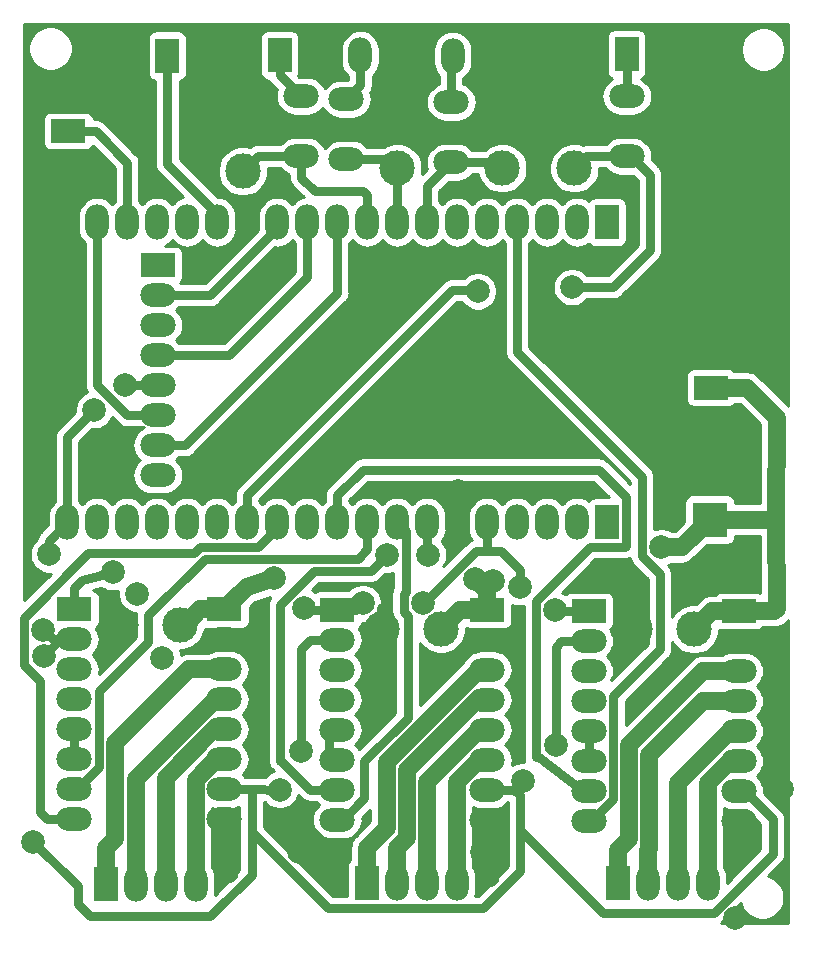
<source format=gbr>
G04 #@! TF.GenerationSoftware,KiCad,Pcbnew,(5.1.5-0)*
G04 #@! TF.CreationDate,2022-07-03T13:43:41+01:00*
G04 #@! TF.ProjectId,ESP32_Cnc_Shield,45535033-325f-4436-9e63-5f536869656c,rev?*
G04 #@! TF.SameCoordinates,Original*
G04 #@! TF.FileFunction,Copper,L2,Bot*
G04 #@! TF.FilePolarity,Positive*
%FSLAX46Y46*%
G04 Gerber Fmt 4.6, Leading zero omitted, Abs format (unit mm)*
G04 Created by KiCad (PCBNEW (5.1.5-0)) date 2022-07-03 13:43:41*
%MOMM*%
%LPD*%
G04 APERTURE LIST*
%ADD10C,3.000000*%
%ADD11R,3.000000X3.000000*%
%ADD12O,3.000000X2.000000*%
%ADD13R,3.000000X2.000000*%
%ADD14O,2.000000X3.000000*%
%ADD15R,2.000000X3.000000*%
%ADD16C,2.000000*%
%ADD17C,1.000000*%
%ADD18C,1.500000*%
%ADD19C,0.800000*%
%ADD20C,0.254000*%
G04 APERTURE END LIST*
D10*
X58714640Y39921180D03*
D11*
X58714640Y34841180D03*
D10*
X52400000Y25560000D03*
X57400000Y25560000D03*
D12*
X11993880Y38608000D03*
X11993880Y41148000D03*
X11993880Y43688000D03*
X11993880Y46228000D03*
X11993880Y48768000D03*
X11993880Y51308000D03*
X11993880Y53848000D03*
D13*
X11993880Y56388000D03*
D10*
X30960000Y25590000D03*
X35960000Y25590000D03*
D12*
X51699260Y70685940D03*
X51699260Y65605940D03*
X27950260Y70431940D03*
X27950260Y65351940D03*
X36840260Y70177940D03*
X36840260Y65097940D03*
X24140260Y70685940D03*
X24140260Y65605940D03*
D14*
X15240000Y4010000D03*
X12700000Y4010000D03*
X10160000Y4010000D03*
D15*
X7620000Y4010000D03*
D14*
X58536840Y4091940D03*
X55996840Y4091940D03*
X53456840Y4091940D03*
D15*
X50916840Y4091940D03*
D14*
X10259060Y74124820D03*
D15*
X12799060Y74124820D03*
D12*
X4424680Y65211960D03*
D13*
X4424680Y67751960D03*
D14*
X37300000Y4040000D03*
X34760000Y4040000D03*
X32220000Y4040000D03*
D15*
X29680000Y4040000D03*
D12*
X17637480Y9451440D03*
X17637480Y11991440D03*
X17637480Y14531440D03*
X17637480Y17071440D03*
X17637480Y19611440D03*
X17637480Y22151440D03*
X17637480Y24691440D03*
D13*
X17637480Y27231440D03*
D14*
X19774000Y74153040D03*
D15*
X22314000Y74153040D03*
D14*
X36954560Y74102240D03*
D15*
X34414560Y74102240D03*
D14*
X49138940Y74224160D03*
D15*
X51678940Y74224160D03*
D12*
X61171600Y9317780D03*
X61171600Y11857780D03*
X61171600Y14397780D03*
X61171600Y16937780D03*
X61171600Y19477780D03*
X61171600Y22017780D03*
X61171600Y24557780D03*
D13*
X61171600Y27097780D03*
D14*
X29141520Y74155580D03*
D15*
X26601520Y74155580D03*
D12*
X39884720Y9442700D03*
X39884720Y11982700D03*
X39884720Y14522700D03*
X39884720Y17062700D03*
X39884720Y19602700D03*
X39884720Y22142700D03*
X39884720Y24682700D03*
D13*
X39884720Y27222700D03*
D12*
X58851800Y48552100D03*
D13*
X58851800Y46012100D03*
D12*
X4937480Y9451440D03*
X4937480Y11991440D03*
X4937480Y14531440D03*
X4937480Y17071440D03*
X4937480Y19611440D03*
X4937480Y22151440D03*
X4937480Y24691440D03*
D13*
X4937480Y27231440D03*
D14*
X4328260Y34617940D03*
X6868260Y34617940D03*
X9408260Y34617940D03*
X11948260Y34617940D03*
X14488260Y34617940D03*
X17028260Y34617940D03*
X19568260Y34617940D03*
X22108260Y34617940D03*
X24648260Y34617940D03*
X27188260Y34617940D03*
X29728260Y34617940D03*
X32268260Y34617940D03*
X34808260Y34617940D03*
X37348260Y34617940D03*
X39888260Y34617940D03*
X42428260Y34617940D03*
X44968260Y34617940D03*
X47508260Y34617940D03*
D15*
X50048260Y34617940D03*
D12*
X48471600Y9317780D03*
X48471600Y11857780D03*
X48471600Y14397780D03*
X48471600Y16937780D03*
X48471600Y19477780D03*
X48471600Y22017780D03*
X48471600Y24557780D03*
D13*
X48471600Y27097780D03*
D12*
X27184720Y9442700D03*
X27184720Y11982700D03*
X27184720Y14522700D03*
X27184720Y17062700D03*
X27184720Y19602700D03*
X27184720Y22142700D03*
X27184720Y24682700D03*
D13*
X27184720Y27222700D03*
D14*
X4328260Y60017940D03*
X6868260Y60017940D03*
X9408260Y60017940D03*
X11948260Y60017940D03*
X14488260Y60017940D03*
X17028260Y60017940D03*
X19568260Y60017940D03*
X22108260Y60017940D03*
X24648260Y60017940D03*
X27188260Y60017940D03*
X29728260Y60017940D03*
X32268260Y60017940D03*
X34808260Y60017940D03*
X37348260Y60017940D03*
X39888260Y60017940D03*
X42428260Y60017940D03*
X44968260Y60017940D03*
X47508260Y60017940D03*
D15*
X50048260Y60017940D03*
D10*
X47254260Y70089940D03*
X47254260Y64589940D03*
X32268260Y70089940D03*
X32268260Y64589940D03*
X41158260Y70089940D03*
X41158260Y64589940D03*
X19187260Y69835940D03*
X19187260Y64335940D03*
X8880000Y25930000D03*
X13880000Y25930000D03*
D16*
X30910000Y18920000D03*
X39420000Y6710000D03*
X20490000Y15630000D03*
X17950000Y6990000D03*
X17870000Y4980000D03*
X16280000Y56640000D03*
X25810000Y6730000D03*
X27367710Y6727710D03*
X23980000Y6700000D03*
X46890000Y41250000D03*
X54200000Y41360000D03*
X64170000Y24430000D03*
X61580000Y31380000D03*
X12380000Y23090000D03*
X35250000Y21350000D03*
X31040000Y21270000D03*
X52256670Y28674812D03*
X56700000Y28690000D03*
X21590000Y56200000D03*
X10256520Y28529280D03*
X37375140Y37255140D03*
X37370000Y40950000D03*
X57924700Y30916880D03*
X55331360Y35255200D03*
X61080000Y6580000D03*
X64815000Y12060000D03*
X60899040Y1069340D03*
X39928800Y4696460D03*
X38860000Y29800000D03*
X21870000Y29870000D03*
X40350000Y29670000D03*
X54637940Y32499300D03*
X39090000Y54180000D03*
X47060000Y54520000D03*
X31370000Y31860010D03*
X34870000Y31860010D03*
X45610000Y27150000D03*
X29338347Y27748762D03*
X34408883Y27800000D03*
X24410000Y27340000D03*
X42700000Y29134203D03*
X8176260Y30398720D03*
X2273280Y25530000D03*
X2770000Y31900000D03*
X1450000Y7580000D03*
X2320000Y23270000D03*
X9180000Y46280000D03*
X6620000Y44110000D03*
X22308820Y11988800D03*
X24112220Y15270480D03*
X45676820Y15735300D03*
X42900000Y12697980D03*
D17*
X37348260Y37228260D02*
X37375140Y37255140D01*
X37348260Y34617940D02*
X37348260Y37228260D01*
X31036620Y23976620D02*
X30910000Y23850000D01*
X31036620Y27237940D02*
X31036620Y23976620D01*
X61171600Y6671600D02*
X61080000Y6580000D01*
X17637480Y6577480D02*
X17610000Y6550000D01*
X39884720Y7104720D02*
X39884720Y9442700D01*
X41020000Y7000000D02*
X39884720Y7104720D01*
X17950000Y5060000D02*
X17870000Y4980000D01*
X17950000Y6990000D02*
X17950000Y5060000D01*
X52361600Y27095240D02*
X52256670Y27200170D01*
X52256670Y27200170D02*
X52256670Y28674812D01*
X52256670Y28674812D02*
X52256670Y28674812D01*
X64042220Y24557780D02*
X64170000Y24430000D01*
X61171600Y24557780D02*
X64042220Y24557780D01*
X52256670Y28674812D02*
X52256670Y30089025D01*
X37375140Y37255140D02*
X37590000Y37470000D01*
X61171600Y9317780D02*
X61171600Y6671600D01*
D18*
X61851800Y46012100D02*
X64380000Y43483900D01*
X58851800Y46012100D02*
X61851800Y46012100D01*
X64380000Y27306180D02*
X64171600Y27097780D01*
X64171600Y27097780D02*
X61171600Y27097780D01*
X64351180Y34841180D02*
X64370000Y34860000D01*
X58714640Y34841180D02*
X64351180Y34841180D01*
X64370000Y34860000D02*
X64380000Y27306180D01*
X64380000Y43483900D02*
X64370000Y34860000D01*
X58937780Y27097780D02*
X57400000Y25560000D01*
X61171600Y27097780D02*
X58937780Y27097780D01*
X15601440Y27231440D02*
X14511450Y26141450D01*
X14511450Y26141450D02*
X13930000Y26141450D01*
X17637480Y27231440D02*
X15601440Y27231440D01*
X37592700Y27222700D02*
X35960000Y25590000D01*
X39884720Y27222700D02*
X37592700Y27222700D01*
X39884720Y28775280D02*
X38860000Y29800000D01*
X39884720Y27222700D02*
X39884720Y28775280D01*
X19510000Y29103960D02*
X17637480Y27231440D01*
X21870000Y29870000D02*
X19510000Y29103960D01*
X39884720Y27222700D02*
X39884720Y29204720D01*
X39884720Y29204720D02*
X40350000Y29670000D01*
X56372760Y32499300D02*
X58714640Y34841180D01*
X54637940Y32499300D02*
X56372760Y32499300D01*
D19*
X20457260Y65605940D02*
X19187260Y64335940D01*
X24140260Y65605940D02*
X20457260Y65605940D01*
X29728260Y62317940D02*
X29396200Y62650000D01*
X29728260Y60017940D02*
X29728260Y62317940D01*
X25296200Y62650000D02*
X24140260Y63805940D01*
X24140260Y63805940D02*
X24140260Y65605940D01*
X29396200Y62650000D02*
X25296200Y62650000D01*
X34808260Y63065940D02*
X36840260Y65097940D01*
X34808260Y60017940D02*
X34808260Y63065940D01*
X40650260Y65097940D02*
X41158260Y64589940D01*
X36840260Y65097940D02*
X40650260Y65097940D01*
X31506260Y65351940D02*
X32268260Y64589940D01*
X27950260Y65351940D02*
X31506260Y65351940D01*
X32268260Y64589940D02*
X32268260Y60017940D01*
X48270260Y65605940D02*
X47254260Y64589940D01*
X51699260Y65605940D02*
X48270260Y65605940D01*
X19568260Y36917940D02*
X36940320Y54290000D01*
X19568260Y34617940D02*
X19568260Y36917940D01*
X38980000Y54290000D02*
X39090000Y54180000D01*
X36940320Y54290000D02*
X38980000Y54290000D01*
X47060000Y54520000D02*
X50550000Y54520000D01*
X50550000Y54520000D02*
X53660000Y57630000D01*
X53660000Y57630000D02*
X53660000Y64030000D01*
X52084060Y65605940D02*
X51699260Y65605940D01*
X53660000Y64030000D02*
X52084060Y65605940D01*
X12001500Y43677840D02*
X9414156Y43677840D01*
X9414156Y43677840D02*
X6868260Y46223736D01*
X6868260Y46223736D02*
X6868260Y57717940D01*
X6868260Y57717940D02*
X6868260Y60017940D01*
X9408260Y65068380D02*
X6724680Y67751960D01*
X6724680Y67751960D02*
X4424680Y67751960D01*
X9408260Y60017940D02*
X9408260Y65068380D01*
X17028260Y60017940D02*
X17028260Y60781740D01*
X17028260Y60017940D02*
X17028260Y60731740D01*
X12799060Y64960940D02*
X12799060Y74124820D01*
X17028260Y60731740D02*
X12799060Y64960940D01*
X22108260Y59517940D02*
X22108260Y60017940D01*
X16428160Y53837840D02*
X22108260Y59517940D01*
X12001500Y53837840D02*
X16428160Y53837840D01*
X12001500Y48757840D02*
X17988280Y48757840D01*
X24648260Y55417820D02*
X24648260Y60017940D01*
X17988280Y48757840D02*
X24648260Y55417820D01*
X27188260Y57717940D02*
X27188260Y60017940D01*
X27188260Y54024600D02*
X27188260Y57717940D01*
X14301500Y41137840D02*
X27188260Y54024600D01*
X12001500Y41137840D02*
X14301500Y41137840D01*
X50571610Y11195035D02*
X50571610Y19931610D01*
X48694355Y9317780D02*
X50571610Y11195035D01*
X48471600Y9317780D02*
X48694355Y9317780D01*
X50571610Y19931610D02*
X54500001Y23860001D01*
X54500001Y23860001D02*
X54500001Y30209999D01*
X54500001Y30209999D02*
X52990000Y31720000D01*
X52990000Y31720000D02*
X52990000Y38490000D01*
X42428260Y49051740D02*
X42428260Y60017940D01*
X52990000Y38490000D02*
X42428260Y49051740D01*
X29484720Y14369633D02*
X33136621Y18021534D01*
X32978823Y28737942D02*
X32978823Y33907377D01*
X27184720Y9442700D02*
X27684720Y9442700D01*
X33136621Y26704260D02*
X32808882Y27031999D01*
X27684720Y9442700D02*
X29484720Y11242700D01*
X32808882Y27031999D02*
X32808882Y28568001D01*
X29484720Y11242700D02*
X29484720Y14369633D01*
X33136621Y18021534D02*
X33136621Y26704260D01*
X32808882Y28568001D02*
X32978823Y28737942D01*
X32978823Y33907377D02*
X32268260Y34617940D01*
X34808260Y34617940D02*
X34808260Y31921750D01*
X34808260Y31921750D02*
X34870000Y31860010D01*
X30370001Y30860011D02*
X31370000Y31860010D01*
X30027898Y30517908D02*
X30370001Y30860011D01*
X25206217Y30517908D02*
X30027898Y30517908D01*
X22340000Y27651691D02*
X25206217Y30517908D01*
X22379940Y14429740D02*
X22340000Y21600000D01*
X22448520Y14373860D02*
X22379940Y14429740D01*
X24884720Y11982700D02*
X22448520Y14373860D01*
X22340000Y21600000D02*
X22340000Y27651691D01*
X27184720Y11982700D02*
X24884720Y11982700D01*
X26471600Y16997780D02*
X26471600Y14457780D01*
X48471600Y27097780D02*
X45662220Y27097780D01*
X45662220Y27097780D02*
X45610000Y27150000D01*
X39888260Y32191740D02*
X39888260Y34617940D01*
X28812285Y27222700D02*
X29338347Y27748762D01*
X27184720Y27222700D02*
X28812285Y27222700D01*
X34792934Y28024741D02*
X34568193Y27800000D01*
X38959933Y32191740D02*
X34792934Y28024741D01*
X39888260Y32191740D02*
X38959933Y32191740D01*
X34568193Y27800000D02*
X34408883Y27800000D01*
X24527300Y27222700D02*
X24410000Y27340000D01*
X27184720Y27222700D02*
X24527300Y27222700D01*
X42700000Y30548416D02*
X42700000Y29134203D01*
X39888260Y32191740D02*
X41056676Y32191740D01*
X41056676Y32191740D02*
X42700000Y30548416D01*
X5606040Y29700000D02*
X4937480Y29031440D01*
X8176260Y30398720D02*
X5606040Y29700000D01*
X4937480Y29031440D02*
X4937480Y27231440D01*
X27188260Y36917940D02*
X27188260Y34617940D01*
X29340322Y39070002D02*
X27188260Y36917940D01*
X49309998Y39070002D02*
X29340322Y39070002D01*
X51648261Y36731739D02*
X49309998Y39070002D01*
X51648261Y32637939D02*
X51648261Y36731739D01*
X51528261Y32517939D02*
X51648261Y32637939D01*
X48609935Y32517939D02*
X51528261Y32517939D01*
X44009998Y27918002D02*
X48609935Y32517939D01*
X44009998Y22128004D02*
X44009998Y27918002D01*
X44000420Y14716760D02*
X44009998Y22128004D01*
X44000420Y14935200D02*
X44000420Y14716760D01*
X47971600Y11857780D02*
X44000420Y14935200D01*
X48471600Y11857780D02*
X47971600Y11857780D01*
X48471600Y16937780D02*
X48471600Y14397780D01*
X27184720Y24682700D02*
X26092700Y24682700D01*
X19937480Y11991440D02*
X17637480Y11991440D01*
X4937480Y24691440D02*
X3111840Y24691440D01*
X3111840Y24691440D02*
X2273280Y25530000D01*
X2770000Y33059680D02*
X4328260Y34617940D01*
X2770000Y31900000D02*
X2770000Y33059680D01*
X42670000Y11497420D02*
X42184720Y11982700D01*
X42184720Y11982700D02*
X39884720Y11982700D01*
X42670000Y8539998D02*
X42670000Y11497420D01*
X42900000Y12697980D02*
X42184720Y11982700D01*
X19937480Y10202518D02*
X19937480Y11991440D01*
X19937480Y10202518D02*
X19937480Y4907480D01*
X19937480Y4907480D02*
X19937480Y4747480D01*
X19937480Y4747480D02*
X16430000Y1240000D01*
X16430000Y1240000D02*
X6260000Y1240000D01*
X6260000Y1240000D02*
X5220000Y2280000D01*
X5220000Y2280000D02*
X5220000Y3810000D01*
X5220000Y3810000D02*
X1450000Y7580000D01*
X3741440Y24691440D02*
X4937480Y24691440D01*
X2320000Y23270000D02*
X3741440Y24691440D01*
X9242160Y46217840D02*
X9180000Y46280000D01*
X12001500Y46217840D02*
X9242160Y46217840D01*
X4328260Y41818260D02*
X4328260Y34617940D01*
X6620000Y44110000D02*
X4328260Y41818260D01*
X61171600Y11857780D02*
X61671600Y11857780D01*
X59070000Y1530000D02*
X49679998Y1530000D01*
X61671600Y11857780D02*
X64046999Y9482381D01*
X64046999Y9482381D02*
X64046999Y6506999D01*
X64046999Y6506999D02*
X59070000Y1530000D01*
X49679998Y1530000D02*
X42670000Y8539998D01*
X26371999Y1939999D02*
X19937480Y8374518D01*
X39529999Y1939999D02*
X26371999Y1939999D01*
X42670000Y8539998D02*
X42670000Y5080000D01*
X42670000Y5080000D02*
X39529999Y1939999D01*
X19937480Y8374518D02*
X19937480Y10202518D01*
X22308820Y11988800D02*
X19937480Y11991440D01*
X24884720Y24682700D02*
X27184720Y24682700D01*
X24112220Y23910200D02*
X24884720Y24682700D01*
X24112220Y15270480D02*
X24112220Y23910200D01*
X45676820Y24063000D02*
X45676820Y15735300D01*
X46171600Y24557780D02*
X45676820Y24063000D01*
X48471600Y24557780D02*
X46171600Y24557780D01*
X4937480Y9451440D02*
X2637480Y9451440D01*
X2637480Y9451440D02*
X2030000Y10058920D01*
X2030000Y10058920D02*
X2030000Y21191998D01*
X6126038Y32000000D02*
X15043511Y32000000D01*
X673270Y22548728D02*
X673270Y26547232D01*
X20508250Y32517930D02*
X22108260Y34117940D01*
X15043511Y32000000D02*
X15561441Y32517930D01*
X15561441Y32517930D02*
X20508250Y32517930D01*
X22108260Y34117940D02*
X22108260Y34617940D01*
X673270Y26547232D02*
X6126038Y32000000D01*
X2030000Y21191998D02*
X673270Y22548728D01*
X5160235Y11991440D02*
X7037490Y13868695D01*
X7037490Y13868695D02*
X7037490Y20329310D01*
X4937480Y11991440D02*
X5160235Y11991440D01*
X7037490Y20329310D02*
X11201400Y24493220D01*
X11201400Y24493220D02*
X11201400Y26743660D01*
X15975659Y31517919D02*
X28928239Y31517919D01*
X28928239Y31517919D02*
X29728260Y32317940D01*
X11201400Y26743660D02*
X15975659Y31517919D01*
X29728260Y32317940D02*
X29728260Y34617940D01*
X4937480Y17071440D02*
X4937480Y14531440D01*
D18*
X37300000Y7040000D02*
X37300000Y4040000D01*
X39166990Y14522700D02*
X37300000Y12655710D01*
X37300000Y12655710D02*
X37300000Y7040000D01*
X39884720Y14522700D02*
X39166990Y14522700D01*
X34760000Y12655710D02*
X34760000Y4040000D01*
X39166990Y17062700D02*
X34760000Y12655710D01*
X39884720Y17062700D02*
X39166990Y17062700D01*
X33059990Y13631522D02*
X33059990Y7879990D01*
X33059990Y7879990D02*
X32220000Y7040000D01*
X32220000Y7040000D02*
X32220000Y4040000D01*
X39884720Y19602700D02*
X39031168Y19602700D01*
X39031168Y19602700D02*
X33059990Y13631522D01*
X31359979Y14335689D02*
X31359979Y8719979D01*
X39884720Y22142700D02*
X39166990Y22142700D01*
X31359979Y8719979D02*
X29680000Y7040000D01*
X39166990Y22142700D02*
X31359979Y14335689D01*
X29680000Y7040000D02*
X29680000Y4040000D01*
X58580000Y6830000D02*
X58580000Y3830000D01*
X58580000Y12523910D02*
X58580000Y6830000D01*
X60453870Y14397780D02*
X58580000Y12523910D01*
X61171600Y14397780D02*
X60453870Y14397780D01*
X56040000Y6830000D02*
X56040000Y3830000D01*
X56040000Y12523910D02*
X56040000Y6830000D01*
X60453870Y16937780D02*
X56040000Y12523910D01*
X61171600Y16937780D02*
X60453870Y16937780D01*
X53500000Y6830000D02*
X53500000Y3830000D01*
X61171600Y19477780D02*
X58171600Y19477780D01*
X58171600Y19477780D02*
X53621632Y14927812D01*
X53621632Y6951632D02*
X53500000Y6830000D01*
X53621632Y14927812D02*
X53621632Y6951632D01*
X61171600Y22017780D02*
X58171600Y22017780D01*
X51921621Y7791621D02*
X50960000Y6830000D01*
X58171600Y22017780D02*
X51921621Y15767801D01*
X51921621Y15767801D02*
X51921621Y7791621D01*
X50960000Y6830000D02*
X50960000Y3830000D01*
D19*
X51699260Y74203840D02*
X51678940Y74224160D01*
X51699260Y70685940D02*
X51699260Y74203840D01*
X22314000Y72512200D02*
X24140260Y70685940D01*
X22314000Y74153040D02*
X22314000Y72512200D01*
D18*
X15240000Y7010000D02*
X15240000Y4010000D01*
X15187470Y7062530D02*
X15240000Y7010000D01*
X15187470Y12799160D02*
X15187470Y7062530D01*
X16919750Y14531440D02*
X15187470Y12799160D01*
X17637480Y14531440D02*
X16919750Y14531440D01*
X12700000Y12987512D02*
X12700000Y7010000D01*
X16783928Y17071440D02*
X12700000Y12987512D01*
X17637480Y17071440D02*
X16783928Y17071440D01*
X12700000Y7010000D02*
X12700000Y4010000D01*
X10160000Y7010000D02*
X10160000Y4010000D01*
X10160000Y12851690D02*
X10160000Y7010000D01*
X16919750Y19611440D02*
X10160000Y12851690D01*
X17637480Y19611440D02*
X16919750Y19611440D01*
X17637480Y22151440D02*
X14637480Y22151440D01*
X7620000Y7010000D02*
X7620000Y4010000D01*
X8387501Y15901461D02*
X8387501Y7777501D01*
X8387501Y7777501D02*
X7620000Y7010000D01*
X14637480Y22151440D02*
X8387501Y15901461D01*
D19*
X29141520Y71623200D02*
X27950260Y70431940D01*
X29141520Y74155580D02*
X29141520Y71623200D01*
X36840260Y73987940D02*
X36954560Y74102240D01*
X36840260Y70177940D02*
X36840260Y73987940D01*
D20*
G36*
X65380000Y660279D02*
G01*
X59643012Y662708D01*
X59647797Y665266D01*
X59805396Y794604D01*
X59837807Y834097D01*
X61341871Y2338160D01*
X61347439Y2310166D01*
X61489534Y1967118D01*
X61695825Y1658382D01*
X61958382Y1395825D01*
X62267118Y1189534D01*
X62610166Y1047439D01*
X62974344Y975000D01*
X63345656Y975000D01*
X63709834Y1047439D01*
X64052882Y1189534D01*
X64361618Y1395825D01*
X64624175Y1658382D01*
X64830466Y1967118D01*
X64972561Y2310166D01*
X65045000Y2674344D01*
X65045000Y3045656D01*
X64972561Y3409834D01*
X64830466Y3752882D01*
X64624175Y4061618D01*
X64361618Y4324175D01*
X64052882Y4530466D01*
X63709834Y4672561D01*
X63681840Y4678129D01*
X64742907Y5739196D01*
X64782395Y5771603D01*
X64911733Y5929202D01*
X65007840Y6109006D01*
X65067023Y6304104D01*
X65081999Y6456161D01*
X65081999Y6456170D01*
X65087005Y6506998D01*
X65081999Y6557826D01*
X65081999Y9431554D01*
X65087005Y9482382D01*
X65081999Y9533210D01*
X65081999Y9533219D01*
X65067023Y9685276D01*
X65007840Y9880374D01*
X64911733Y10060178D01*
X64782395Y10217777D01*
X64742907Y10250184D01*
X63298444Y11694647D01*
X63314511Y11857780D01*
X63282943Y12178296D01*
X63189452Y12486495D01*
X63037631Y12770532D01*
X62833314Y13019494D01*
X62701367Y13127780D01*
X62833314Y13236066D01*
X63037631Y13485028D01*
X63189452Y13769065D01*
X63282943Y14077264D01*
X63314511Y14397780D01*
X63282943Y14718296D01*
X63189452Y15026495D01*
X63037631Y15310532D01*
X62833314Y15559494D01*
X62701367Y15667780D01*
X62833314Y15776066D01*
X63037631Y16025028D01*
X63189452Y16309065D01*
X63282943Y16617264D01*
X63314511Y16937780D01*
X63282943Y17258296D01*
X63189452Y17566495D01*
X63037631Y17850532D01*
X62833314Y18099494D01*
X62701367Y18207780D01*
X62833314Y18316066D01*
X63037631Y18565028D01*
X63189452Y18849065D01*
X63282943Y19157264D01*
X63314511Y19477780D01*
X63282943Y19798296D01*
X63189452Y20106495D01*
X63037631Y20390532D01*
X62833314Y20639494D01*
X62701367Y20747780D01*
X62833314Y20856066D01*
X63037631Y21105028D01*
X63189452Y21389065D01*
X63282943Y21697264D01*
X63314511Y22017780D01*
X63282943Y22338296D01*
X63189452Y22646495D01*
X63037631Y22930532D01*
X62833314Y23179494D01*
X62584352Y23383811D01*
X62300315Y23535632D01*
X61992116Y23629123D01*
X61751922Y23652780D01*
X60591278Y23652780D01*
X60351084Y23629123D01*
X60042885Y23535632D01*
X59794336Y23402780D01*
X58239626Y23402780D01*
X58171599Y23409480D01*
X58103572Y23402780D01*
X58103563Y23402780D01*
X57900093Y23382740D01*
X57639019Y23303544D01*
X57398412Y23174937D01*
X57389970Y23168009D01*
X57240366Y23045232D01*
X57240364Y23045230D01*
X57187519Y23001861D01*
X57144150Y22949016D01*
X51606610Y17411475D01*
X51606610Y19502900D01*
X55195909Y23092198D01*
X55235397Y23124605D01*
X55271018Y23168009D01*
X55364735Y23282203D01*
X55432765Y23409480D01*
X55460842Y23462008D01*
X55520025Y23657106D01*
X55535001Y23809163D01*
X55535001Y23809166D01*
X55540008Y23860001D01*
X55535001Y23910836D01*
X55535001Y24508270D01*
X55741637Y24199017D01*
X56039017Y23901637D01*
X56388698Y23667988D01*
X56777244Y23507047D01*
X57189721Y23425000D01*
X57610279Y23425000D01*
X58022756Y23507047D01*
X58411302Y23667988D01*
X58760983Y23901637D01*
X59058363Y24199017D01*
X59292012Y24548698D01*
X59452953Y24937244D01*
X59535000Y25349721D01*
X59535000Y25475644D01*
X59547118Y25471968D01*
X59671600Y25459708D01*
X62671600Y25459708D01*
X62796082Y25471968D01*
X62915780Y25508278D01*
X63026094Y25567243D01*
X63122785Y25646595D01*
X63177101Y25712780D01*
X64103571Y25712780D01*
X64171600Y25706080D01*
X64239629Y25712780D01*
X64239637Y25712780D01*
X64443107Y25732820D01*
X64704181Y25812016D01*
X64944788Y25940623D01*
X65155681Y26113699D01*
X65199054Y26166549D01*
X65311886Y26279381D01*
X65365382Y26323403D01*
X65380000Y26341264D01*
X65380000Y660279D01*
G37*
X65380000Y660279D02*
X59643012Y662708D01*
X59647797Y665266D01*
X59805396Y794604D01*
X59837807Y834097D01*
X61341871Y2338160D01*
X61347439Y2310166D01*
X61489534Y1967118D01*
X61695825Y1658382D01*
X61958382Y1395825D01*
X62267118Y1189534D01*
X62610166Y1047439D01*
X62974344Y975000D01*
X63345656Y975000D01*
X63709834Y1047439D01*
X64052882Y1189534D01*
X64361618Y1395825D01*
X64624175Y1658382D01*
X64830466Y1967118D01*
X64972561Y2310166D01*
X65045000Y2674344D01*
X65045000Y3045656D01*
X64972561Y3409834D01*
X64830466Y3752882D01*
X64624175Y4061618D01*
X64361618Y4324175D01*
X64052882Y4530466D01*
X63709834Y4672561D01*
X63681840Y4678129D01*
X64742907Y5739196D01*
X64782395Y5771603D01*
X64911733Y5929202D01*
X65007840Y6109006D01*
X65067023Y6304104D01*
X65081999Y6456161D01*
X65081999Y6456170D01*
X65087005Y6506998D01*
X65081999Y6557826D01*
X65081999Y9431554D01*
X65087005Y9482382D01*
X65081999Y9533210D01*
X65081999Y9533219D01*
X65067023Y9685276D01*
X65007840Y9880374D01*
X64911733Y10060178D01*
X64782395Y10217777D01*
X64742907Y10250184D01*
X63298444Y11694647D01*
X63314511Y11857780D01*
X63282943Y12178296D01*
X63189452Y12486495D01*
X63037631Y12770532D01*
X62833314Y13019494D01*
X62701367Y13127780D01*
X62833314Y13236066D01*
X63037631Y13485028D01*
X63189452Y13769065D01*
X63282943Y14077264D01*
X63314511Y14397780D01*
X63282943Y14718296D01*
X63189452Y15026495D01*
X63037631Y15310532D01*
X62833314Y15559494D01*
X62701367Y15667780D01*
X62833314Y15776066D01*
X63037631Y16025028D01*
X63189452Y16309065D01*
X63282943Y16617264D01*
X63314511Y16937780D01*
X63282943Y17258296D01*
X63189452Y17566495D01*
X63037631Y17850532D01*
X62833314Y18099494D01*
X62701367Y18207780D01*
X62833314Y18316066D01*
X63037631Y18565028D01*
X63189452Y18849065D01*
X63282943Y19157264D01*
X63314511Y19477780D01*
X63282943Y19798296D01*
X63189452Y20106495D01*
X63037631Y20390532D01*
X62833314Y20639494D01*
X62701367Y20747780D01*
X62833314Y20856066D01*
X63037631Y21105028D01*
X63189452Y21389065D01*
X63282943Y21697264D01*
X63314511Y22017780D01*
X63282943Y22338296D01*
X63189452Y22646495D01*
X63037631Y22930532D01*
X62833314Y23179494D01*
X62584352Y23383811D01*
X62300315Y23535632D01*
X61992116Y23629123D01*
X61751922Y23652780D01*
X60591278Y23652780D01*
X60351084Y23629123D01*
X60042885Y23535632D01*
X59794336Y23402780D01*
X58239626Y23402780D01*
X58171599Y23409480D01*
X58103572Y23402780D01*
X58103563Y23402780D01*
X57900093Y23382740D01*
X57639019Y23303544D01*
X57398412Y23174937D01*
X57389970Y23168009D01*
X57240366Y23045232D01*
X57240364Y23045230D01*
X57187519Y23001861D01*
X57144150Y22949016D01*
X51606610Y17411475D01*
X51606610Y19502900D01*
X55195909Y23092198D01*
X55235397Y23124605D01*
X55271018Y23168009D01*
X55364735Y23282203D01*
X55432765Y23409480D01*
X55460842Y23462008D01*
X55520025Y23657106D01*
X55535001Y23809163D01*
X55535001Y23809166D01*
X55540008Y23860001D01*
X55535001Y23910836D01*
X55535001Y24508270D01*
X55741637Y24199017D01*
X56039017Y23901637D01*
X56388698Y23667988D01*
X56777244Y23507047D01*
X57189721Y23425000D01*
X57610279Y23425000D01*
X58022756Y23507047D01*
X58411302Y23667988D01*
X58760983Y23901637D01*
X59058363Y24199017D01*
X59292012Y24548698D01*
X59452953Y24937244D01*
X59535000Y25349721D01*
X59535000Y25475644D01*
X59547118Y25471968D01*
X59671600Y25459708D01*
X62671600Y25459708D01*
X62796082Y25471968D01*
X62915780Y25508278D01*
X63026094Y25567243D01*
X63122785Y25646595D01*
X63177101Y25712780D01*
X64103571Y25712780D01*
X64171600Y25706080D01*
X64239629Y25712780D01*
X64239637Y25712780D01*
X64443107Y25732820D01*
X64704181Y25812016D01*
X64944788Y25940623D01*
X65155681Y26113699D01*
X65199054Y26166549D01*
X65311886Y26279381D01*
X65365382Y26323403D01*
X65380000Y26341264D01*
X65380000Y660279D01*
G36*
X24119986Y11283053D02*
G01*
X24149324Y11247304D01*
X24192555Y11211826D01*
X24196006Y11208438D01*
X24231851Y11179576D01*
X24306923Y11117966D01*
X24311218Y11115670D01*
X24315015Y11112613D01*
X24401103Y11067626D01*
X24486727Y11021859D01*
X24491390Y11020444D01*
X24495708Y11018188D01*
X24588864Y10990876D01*
X24681825Y10962676D01*
X24686677Y10962198D01*
X24691350Y10960828D01*
X24788063Y10952213D01*
X24833882Y10947700D01*
X24838721Y10947700D01*
X24894423Y10942738D01*
X24940400Y10947700D01*
X25419015Y10947700D01*
X25523006Y10820986D01*
X25654953Y10712700D01*
X25523006Y10604414D01*
X25318689Y10355452D01*
X25166868Y10071415D01*
X25073377Y9763216D01*
X25041809Y9442700D01*
X25073377Y9122184D01*
X25166868Y8813985D01*
X25318689Y8529948D01*
X25523006Y8280986D01*
X25771968Y8076669D01*
X26056005Y7924848D01*
X26364204Y7831357D01*
X26604398Y7807700D01*
X27765042Y7807700D01*
X28005236Y7831357D01*
X28313435Y7924848D01*
X28597472Y8076669D01*
X28846434Y8280986D01*
X29050751Y8529948D01*
X29202572Y8813985D01*
X29296063Y9122184D01*
X29327631Y9442700D01*
X29311564Y9605833D01*
X29974980Y10269249D01*
X29974980Y9293666D01*
X28748765Y8067450D01*
X28695919Y8024080D01*
X28652550Y7971235D01*
X28652548Y7971233D01*
X28627928Y7941233D01*
X28522843Y7813187D01*
X28413427Y7608483D01*
X28394236Y7572580D01*
X28320128Y7328278D01*
X28315040Y7311506D01*
X28295000Y7108036D01*
X28295000Y7108029D01*
X28288300Y7040000D01*
X28295000Y6971971D01*
X28295000Y6045502D01*
X28228815Y5991185D01*
X28149463Y5894494D01*
X28090498Y5784180D01*
X28054188Y5664482D01*
X28041928Y5540000D01*
X28041928Y2974999D01*
X26800710Y2974999D01*
X20972480Y8803228D01*
X20972480Y10955288D01*
X21033038Y10955221D01*
X21038833Y10946548D01*
X21266568Y10718813D01*
X21534357Y10539882D01*
X21831908Y10416632D01*
X22147787Y10353800D01*
X22469853Y10353800D01*
X22785732Y10416632D01*
X23083283Y10539882D01*
X23351072Y10718813D01*
X23578807Y10946548D01*
X23757738Y11214337D01*
X23880988Y11511888D01*
X23881944Y11516694D01*
X24119986Y11283053D01*
G37*
X24119986Y11283053D02*
X24149324Y11247304D01*
X24192555Y11211826D01*
X24196006Y11208438D01*
X24231851Y11179576D01*
X24306923Y11117966D01*
X24311218Y11115670D01*
X24315015Y11112613D01*
X24401103Y11067626D01*
X24486727Y11021859D01*
X24491390Y11020444D01*
X24495708Y11018188D01*
X24588864Y10990876D01*
X24681825Y10962676D01*
X24686677Y10962198D01*
X24691350Y10960828D01*
X24788063Y10952213D01*
X24833882Y10947700D01*
X24838721Y10947700D01*
X24894423Y10942738D01*
X24940400Y10947700D01*
X25419015Y10947700D01*
X25523006Y10820986D01*
X25654953Y10712700D01*
X25523006Y10604414D01*
X25318689Y10355452D01*
X25166868Y10071415D01*
X25073377Y9763216D01*
X25041809Y9442700D01*
X25073377Y9122184D01*
X25166868Y8813985D01*
X25318689Y8529948D01*
X25523006Y8280986D01*
X25771968Y8076669D01*
X26056005Y7924848D01*
X26364204Y7831357D01*
X26604398Y7807700D01*
X27765042Y7807700D01*
X28005236Y7831357D01*
X28313435Y7924848D01*
X28597472Y8076669D01*
X28846434Y8280986D01*
X29050751Y8529948D01*
X29202572Y8813985D01*
X29296063Y9122184D01*
X29327631Y9442700D01*
X29311564Y9605833D01*
X29974980Y10269249D01*
X29974980Y9293666D01*
X28748765Y8067450D01*
X28695919Y8024080D01*
X28652550Y7971235D01*
X28652548Y7971233D01*
X28627928Y7941233D01*
X28522843Y7813187D01*
X28413427Y7608483D01*
X28394236Y7572580D01*
X28320128Y7328278D01*
X28315040Y7311506D01*
X28295000Y7108036D01*
X28295000Y7108029D01*
X28288300Y7040000D01*
X28295000Y6971971D01*
X28295000Y6045502D01*
X28228815Y5991185D01*
X28149463Y5894494D01*
X28090498Y5784180D01*
X28054188Y5664482D01*
X28041928Y5540000D01*
X28041928Y2974999D01*
X26800710Y2974999D01*
X20972480Y8803228D01*
X20972480Y10955288D01*
X21033038Y10955221D01*
X21038833Y10946548D01*
X21266568Y10718813D01*
X21534357Y10539882D01*
X21831908Y10416632D01*
X22147787Y10353800D01*
X22469853Y10353800D01*
X22785732Y10416632D01*
X23083283Y10539882D01*
X23351072Y10718813D01*
X23578807Y10946548D01*
X23757738Y11214337D01*
X23880988Y11511888D01*
X23881944Y11516694D01*
X24119986Y11283053D01*
G36*
X41635000Y8590836D02*
G01*
X41635000Y8590826D01*
X41629994Y8539998D01*
X41635000Y8489170D01*
X41635001Y5508712D01*
X39101289Y2974999D01*
X38837179Y2974999D01*
X38911343Y3219484D01*
X38935000Y3459678D01*
X38935000Y4620322D01*
X38911343Y4860516D01*
X38817852Y5168715D01*
X38685000Y5417264D01*
X38685000Y10502801D01*
X38756005Y10464848D01*
X39064204Y10371357D01*
X39304398Y10347700D01*
X40465042Y10347700D01*
X40705236Y10371357D01*
X41013435Y10464848D01*
X41297472Y10616669D01*
X41546434Y10820986D01*
X41635001Y10928905D01*
X41635000Y8590836D01*
G37*
X41635000Y8590836D02*
X41635000Y8590826D01*
X41629994Y8539998D01*
X41635000Y8489170D01*
X41635001Y5508712D01*
X39101289Y2974999D01*
X38837179Y2974999D01*
X38911343Y3219484D01*
X38935000Y3459678D01*
X38935000Y4620322D01*
X38911343Y4860516D01*
X38817852Y5168715D01*
X38685000Y5417264D01*
X38685000Y10502801D01*
X38756005Y10464848D01*
X39064204Y10371357D01*
X39304398Y10347700D01*
X40465042Y10347700D01*
X40705236Y10371357D01*
X41013435Y10464848D01*
X41297472Y10616669D01*
X41546434Y10820986D01*
X41635001Y10928905D01*
X41635000Y8590836D01*
G36*
X18902480Y8425349D02*
G01*
X18897474Y8374518D01*
X18902480Y8323687D01*
X18902481Y5176192D01*
X16823288Y3096998D01*
X16851343Y3189484D01*
X16875000Y3429678D01*
X16875000Y4590322D01*
X16851343Y4830516D01*
X16757852Y5138715D01*
X16625000Y5387264D01*
X16625000Y6941971D01*
X16631700Y7010000D01*
X16625000Y7078029D01*
X16625000Y7078037D01*
X16604960Y7281507D01*
X16572470Y7388612D01*
X16572470Y10454263D01*
X16816964Y10380097D01*
X17057158Y10356440D01*
X18217802Y10356440D01*
X18457996Y10380097D01*
X18766195Y10473588D01*
X18902480Y10546434D01*
X18902480Y8425349D01*
G37*
X18902480Y8425349D02*
X18897474Y8374518D01*
X18902480Y8323687D01*
X18902481Y5176192D01*
X16823288Y3096998D01*
X16851343Y3189484D01*
X16875000Y3429678D01*
X16875000Y4590322D01*
X16851343Y4830516D01*
X16757852Y5138715D01*
X16625000Y5387264D01*
X16625000Y6941971D01*
X16631700Y7010000D01*
X16625000Y7078029D01*
X16625000Y7078037D01*
X16604960Y7281507D01*
X16572470Y7388612D01*
X16572470Y10454263D01*
X16816964Y10380097D01*
X17057158Y10356440D01*
X18217802Y10356440D01*
X18457996Y10380097D01*
X18766195Y10473588D01*
X18902480Y10546434D01*
X18902480Y8425349D01*
G36*
X60042885Y10339928D02*
G01*
X60351084Y10246437D01*
X60591278Y10222780D01*
X61751922Y10222780D01*
X61834733Y10230936D01*
X63011999Y9053670D01*
X63012000Y6935711D01*
X60171840Y4095550D01*
X60171840Y4672262D01*
X60148183Y4912456D01*
X60054692Y5220655D01*
X59965000Y5388457D01*
X59965000Y10381558D01*
X60042885Y10339928D01*
G37*
X60042885Y10339928D02*
X60351084Y10246437D01*
X60591278Y10222780D01*
X61751922Y10222780D01*
X61834733Y10230936D01*
X63011999Y9053670D01*
X63012000Y6935711D01*
X60171840Y4095550D01*
X60171840Y4672262D01*
X60148183Y4912456D01*
X60054692Y5220655D01*
X59965000Y5388457D01*
X59965000Y10381558D01*
X60042885Y10339928D01*
G36*
X21511951Y28274189D02*
G01*
X21475266Y28229488D01*
X21379160Y28049684D01*
X21319977Y27854586D01*
X21299994Y27651691D01*
X21305001Y27600853D01*
X21305000Y21647947D01*
X21304733Y21645072D01*
X21305000Y21597138D01*
X21305000Y21549163D01*
X21305283Y21546287D01*
X21344953Y14424630D01*
X21345306Y14324166D01*
X21355660Y14273051D01*
X21361062Y14221167D01*
X21375852Y14173370D01*
X21385783Y14124347D01*
X21405912Y14076231D01*
X21421331Y14026402D01*
X21445158Y13982416D01*
X21464465Y13936264D01*
X21493596Y13892997D01*
X21518438Y13847136D01*
X21550387Y13808645D01*
X21578328Y13767145D01*
X21615342Y13730391D01*
X21648652Y13690260D01*
X21726569Y13627038D01*
X21757659Y13601706D01*
X21808882Y13551430D01*
X21534357Y13437718D01*
X21266568Y13258787D01*
X21038833Y13031052D01*
X21034935Y13025218D01*
X19988902Y13026382D01*
X19988318Y13026440D01*
X19937480Y13031447D01*
X19886642Y13026440D01*
X19403185Y13026440D01*
X19299194Y13153154D01*
X19167247Y13261440D01*
X19299194Y13369726D01*
X19503511Y13618688D01*
X19655332Y13902725D01*
X19748823Y14210924D01*
X19780391Y14531440D01*
X19748823Y14851956D01*
X19655332Y15160155D01*
X19503511Y15444192D01*
X19299194Y15693154D01*
X19167247Y15801440D01*
X19299194Y15909726D01*
X19503511Y16158688D01*
X19655332Y16442725D01*
X19748823Y16750924D01*
X19780391Y17071440D01*
X19748823Y17391956D01*
X19655332Y17700155D01*
X19503511Y17984192D01*
X19299194Y18233154D01*
X19167247Y18341440D01*
X19299194Y18449726D01*
X19503511Y18698688D01*
X19655332Y18982725D01*
X19748823Y19290924D01*
X19780391Y19611440D01*
X19748823Y19931956D01*
X19655332Y20240155D01*
X19503511Y20524192D01*
X19299194Y20773154D01*
X19167247Y20881440D01*
X19299194Y20989726D01*
X19503511Y21238688D01*
X19655332Y21522725D01*
X19748823Y21830924D01*
X19780391Y22151440D01*
X19748823Y22471956D01*
X19655332Y22780155D01*
X19503511Y23064192D01*
X19299194Y23313154D01*
X19050232Y23517471D01*
X18766195Y23669292D01*
X18457996Y23762783D01*
X18217802Y23786440D01*
X17057158Y23786440D01*
X16816964Y23762783D01*
X16508765Y23669292D01*
X16260216Y23536440D01*
X14705506Y23536440D01*
X14637479Y23543140D01*
X14569452Y23536440D01*
X14569443Y23536440D01*
X14365973Y23516400D01*
X14104899Y23437204D01*
X13990167Y23375878D01*
X13952168Y23566912D01*
X13857691Y23795000D01*
X14090279Y23795000D01*
X14502756Y23877047D01*
X14891302Y24037988D01*
X15240983Y24271637D01*
X15538363Y24569017D01*
X15772012Y24918698D01*
X15932953Y25307244D01*
X15993483Y25611548D01*
X16012998Y25605628D01*
X16137480Y25593368D01*
X19137480Y25593368D01*
X19261962Y25605628D01*
X19381660Y25641938D01*
X19491974Y25700903D01*
X19588665Y25780255D01*
X19668017Y25876946D01*
X19726982Y25987260D01*
X19763292Y26106958D01*
X19775552Y26231440D01*
X19775552Y27410826D01*
X20254071Y27889345D01*
X21467146Y28283101D01*
X21511951Y28274189D01*
G37*
X21511951Y28274189D02*
X21475266Y28229488D01*
X21379160Y28049684D01*
X21319977Y27854586D01*
X21299994Y27651691D01*
X21305001Y27600853D01*
X21305000Y21647947D01*
X21304733Y21645072D01*
X21305000Y21597138D01*
X21305000Y21549163D01*
X21305283Y21546287D01*
X21344953Y14424630D01*
X21345306Y14324166D01*
X21355660Y14273051D01*
X21361062Y14221167D01*
X21375852Y14173370D01*
X21385783Y14124347D01*
X21405912Y14076231D01*
X21421331Y14026402D01*
X21445158Y13982416D01*
X21464465Y13936264D01*
X21493596Y13892997D01*
X21518438Y13847136D01*
X21550387Y13808645D01*
X21578328Y13767145D01*
X21615342Y13730391D01*
X21648652Y13690260D01*
X21726569Y13627038D01*
X21757659Y13601706D01*
X21808882Y13551430D01*
X21534357Y13437718D01*
X21266568Y13258787D01*
X21038833Y13031052D01*
X21034935Y13025218D01*
X19988902Y13026382D01*
X19988318Y13026440D01*
X19937480Y13031447D01*
X19886642Y13026440D01*
X19403185Y13026440D01*
X19299194Y13153154D01*
X19167247Y13261440D01*
X19299194Y13369726D01*
X19503511Y13618688D01*
X19655332Y13902725D01*
X19748823Y14210924D01*
X19780391Y14531440D01*
X19748823Y14851956D01*
X19655332Y15160155D01*
X19503511Y15444192D01*
X19299194Y15693154D01*
X19167247Y15801440D01*
X19299194Y15909726D01*
X19503511Y16158688D01*
X19655332Y16442725D01*
X19748823Y16750924D01*
X19780391Y17071440D01*
X19748823Y17391956D01*
X19655332Y17700155D01*
X19503511Y17984192D01*
X19299194Y18233154D01*
X19167247Y18341440D01*
X19299194Y18449726D01*
X19503511Y18698688D01*
X19655332Y18982725D01*
X19748823Y19290924D01*
X19780391Y19611440D01*
X19748823Y19931956D01*
X19655332Y20240155D01*
X19503511Y20524192D01*
X19299194Y20773154D01*
X19167247Y20881440D01*
X19299194Y20989726D01*
X19503511Y21238688D01*
X19655332Y21522725D01*
X19748823Y21830924D01*
X19780391Y22151440D01*
X19748823Y22471956D01*
X19655332Y22780155D01*
X19503511Y23064192D01*
X19299194Y23313154D01*
X19050232Y23517471D01*
X18766195Y23669292D01*
X18457996Y23762783D01*
X18217802Y23786440D01*
X17057158Y23786440D01*
X16816964Y23762783D01*
X16508765Y23669292D01*
X16260216Y23536440D01*
X14705506Y23536440D01*
X14637479Y23543140D01*
X14569452Y23536440D01*
X14569443Y23536440D01*
X14365973Y23516400D01*
X14104899Y23437204D01*
X13990167Y23375878D01*
X13952168Y23566912D01*
X13857691Y23795000D01*
X14090279Y23795000D01*
X14502756Y23877047D01*
X14891302Y24037988D01*
X15240983Y24271637D01*
X15538363Y24569017D01*
X15772012Y24918698D01*
X15932953Y25307244D01*
X15993483Y25611548D01*
X16012998Y25605628D01*
X16137480Y25593368D01*
X19137480Y25593368D01*
X19261962Y25605628D01*
X19381660Y25641938D01*
X19491974Y25700903D01*
X19588665Y25780255D01*
X19668017Y25876946D01*
X19726982Y25987260D01*
X19763292Y26106958D01*
X19775552Y26231440D01*
X19775552Y27410826D01*
X20254071Y27889345D01*
X21467146Y28283101D01*
X21511951Y28274189D01*
G36*
X42223088Y27562035D02*
G01*
X42538967Y27499203D01*
X42861033Y27499203D01*
X42974999Y27521872D01*
X42974998Y22128340D01*
X42965818Y15024884D01*
X42962977Y15008172D01*
X42965420Y14920795D01*
X42965420Y14716784D01*
X42965356Y14667260D01*
X42965420Y14666601D01*
X42965420Y14665922D01*
X42970367Y14615697D01*
X42980135Y14515184D01*
X42980330Y14514540D01*
X42980396Y14513865D01*
X43009941Y14416468D01*
X43035150Y14332980D01*
X42738967Y14332980D01*
X42423088Y14270148D01*
X42125537Y14146898D01*
X41942114Y14024339D01*
X41996063Y14202184D01*
X42027631Y14522700D01*
X41996063Y14843216D01*
X41902572Y15151415D01*
X41750751Y15435452D01*
X41546434Y15684414D01*
X41414487Y15792700D01*
X41546434Y15900986D01*
X41750751Y16149948D01*
X41902572Y16433985D01*
X41996063Y16742184D01*
X42027631Y17062700D01*
X41996063Y17383216D01*
X41902572Y17691415D01*
X41750751Y17975452D01*
X41546434Y18224414D01*
X41414487Y18332700D01*
X41546434Y18440986D01*
X41750751Y18689948D01*
X41902572Y18973985D01*
X41996063Y19282184D01*
X42027631Y19602700D01*
X41996063Y19923216D01*
X41902572Y20231415D01*
X41750751Y20515452D01*
X41546434Y20764414D01*
X41414487Y20872700D01*
X41546434Y20980986D01*
X41750751Y21229948D01*
X41902572Y21513985D01*
X41996063Y21822184D01*
X42027631Y22142700D01*
X41996063Y22463216D01*
X41902572Y22771415D01*
X41750751Y23055452D01*
X41546434Y23304414D01*
X41297472Y23508731D01*
X41013435Y23660552D01*
X40705236Y23754043D01*
X40465042Y23777700D01*
X39304398Y23777700D01*
X39064204Y23754043D01*
X38756005Y23660552D01*
X38471968Y23508731D01*
X38223006Y23304414D01*
X38018689Y23055452D01*
X37901143Y22835539D01*
X34171621Y19106016D01*
X34171621Y24423600D01*
X34301637Y24229017D01*
X34599017Y23931637D01*
X34948698Y23697988D01*
X35337244Y23537047D01*
X35749721Y23455000D01*
X36170279Y23455000D01*
X36582756Y23537047D01*
X36971302Y23697988D01*
X37320983Y23931637D01*
X37618363Y24229017D01*
X37852012Y24578698D01*
X38012953Y24967244D01*
X38095000Y25379721D01*
X38095000Y25657540D01*
X38140540Y25633198D01*
X38260238Y25596888D01*
X38384720Y25584628D01*
X41384720Y25584628D01*
X41509202Y25596888D01*
X41628900Y25633198D01*
X41739214Y25692163D01*
X41835905Y25771515D01*
X41915257Y25868206D01*
X41974222Y25978520D01*
X42010532Y26098218D01*
X42022792Y26222700D01*
X42022792Y27645001D01*
X42223088Y27562035D01*
G37*
X42223088Y27562035D02*
X42538967Y27499203D01*
X42861033Y27499203D01*
X42974999Y27521872D01*
X42974998Y22128340D01*
X42965818Y15024884D01*
X42962977Y15008172D01*
X42965420Y14920795D01*
X42965420Y14716784D01*
X42965356Y14667260D01*
X42965420Y14666601D01*
X42965420Y14665922D01*
X42970367Y14615697D01*
X42980135Y14515184D01*
X42980330Y14514540D01*
X42980396Y14513865D01*
X43009941Y14416468D01*
X43035150Y14332980D01*
X42738967Y14332980D01*
X42423088Y14270148D01*
X42125537Y14146898D01*
X41942114Y14024339D01*
X41996063Y14202184D01*
X42027631Y14522700D01*
X41996063Y14843216D01*
X41902572Y15151415D01*
X41750751Y15435452D01*
X41546434Y15684414D01*
X41414487Y15792700D01*
X41546434Y15900986D01*
X41750751Y16149948D01*
X41902572Y16433985D01*
X41996063Y16742184D01*
X42027631Y17062700D01*
X41996063Y17383216D01*
X41902572Y17691415D01*
X41750751Y17975452D01*
X41546434Y18224414D01*
X41414487Y18332700D01*
X41546434Y18440986D01*
X41750751Y18689948D01*
X41902572Y18973985D01*
X41996063Y19282184D01*
X42027631Y19602700D01*
X41996063Y19923216D01*
X41902572Y20231415D01*
X41750751Y20515452D01*
X41546434Y20764414D01*
X41414487Y20872700D01*
X41546434Y20980986D01*
X41750751Y21229948D01*
X41902572Y21513985D01*
X41996063Y21822184D01*
X42027631Y22142700D01*
X41996063Y22463216D01*
X41902572Y22771415D01*
X41750751Y23055452D01*
X41546434Y23304414D01*
X41297472Y23508731D01*
X41013435Y23660552D01*
X40705236Y23754043D01*
X40465042Y23777700D01*
X39304398Y23777700D01*
X39064204Y23754043D01*
X38756005Y23660552D01*
X38471968Y23508731D01*
X38223006Y23304414D01*
X38018689Y23055452D01*
X37901143Y22835539D01*
X34171621Y19106016D01*
X34171621Y24423600D01*
X34301637Y24229017D01*
X34599017Y23931637D01*
X34948698Y23697988D01*
X35337244Y23537047D01*
X35749721Y23455000D01*
X36170279Y23455000D01*
X36582756Y23537047D01*
X36971302Y23697988D01*
X37320983Y23931637D01*
X37618363Y24229017D01*
X37852012Y24578698D01*
X38012953Y24967244D01*
X38095000Y25379721D01*
X38095000Y25657540D01*
X38140540Y25633198D01*
X38260238Y25596888D01*
X38384720Y25584628D01*
X41384720Y25584628D01*
X41509202Y25596888D01*
X41628900Y25633198D01*
X41739214Y25692163D01*
X41835905Y25771515D01*
X41915257Y25868206D01*
X41974222Y25978520D01*
X42010532Y26098218D01*
X42022792Y26222700D01*
X42022792Y27645001D01*
X42223088Y27562035D01*
G36*
X31943823Y29145190D02*
G01*
X31848042Y28965994D01*
X31788859Y28770896D01*
X31768876Y28568001D01*
X31773883Y28517164D01*
X31773882Y27082827D01*
X31768876Y27031999D01*
X31773882Y26981171D01*
X31773882Y26981162D01*
X31788858Y26829105D01*
X31848041Y26634007D01*
X31944148Y26454202D01*
X32073486Y26296603D01*
X32101622Y26273512D01*
X32101621Y18450245D01*
X29063318Y15411941D01*
X29050751Y15435452D01*
X28846434Y15684414D01*
X28714487Y15792700D01*
X28846434Y15900986D01*
X29050751Y16149948D01*
X29202572Y16433985D01*
X29296063Y16742184D01*
X29327631Y17062700D01*
X29296063Y17383216D01*
X29202572Y17691415D01*
X29050751Y17975452D01*
X28846434Y18224414D01*
X28714487Y18332700D01*
X28846434Y18440986D01*
X29050751Y18689948D01*
X29202572Y18973985D01*
X29296063Y19282184D01*
X29327631Y19602700D01*
X29296063Y19923216D01*
X29202572Y20231415D01*
X29050751Y20515452D01*
X28846434Y20764414D01*
X28714487Y20872700D01*
X28846434Y20980986D01*
X29050751Y21229948D01*
X29202572Y21513985D01*
X29296063Y21822184D01*
X29327631Y22142700D01*
X29296063Y22463216D01*
X29202572Y22771415D01*
X29050751Y23055452D01*
X28846434Y23304414D01*
X28714487Y23412700D01*
X28846434Y23520986D01*
X29050751Y23769948D01*
X29202572Y24053985D01*
X29296063Y24362184D01*
X29327631Y24682700D01*
X29296063Y25003216D01*
X29202572Y25311415D01*
X29050751Y25595452D01*
X28992065Y25666961D01*
X29039214Y25692163D01*
X29135905Y25771515D01*
X29215257Y25868206D01*
X29274222Y25978520D01*
X29310532Y26098218D01*
X29312063Y26113762D01*
X29499380Y26113762D01*
X29815259Y26176594D01*
X30112810Y26299844D01*
X30380599Y26478775D01*
X30608334Y26706510D01*
X30787265Y26974299D01*
X30910515Y27271850D01*
X30973347Y27587729D01*
X30973347Y27909795D01*
X30910515Y28225674D01*
X30787265Y28523225D01*
X30608334Y28791014D01*
X30380599Y29018749D01*
X30112810Y29197680D01*
X29815259Y29320930D01*
X29499380Y29383762D01*
X29177314Y29383762D01*
X28861435Y29320930D01*
X28563884Y29197680D01*
X28296095Y29018749D01*
X28138118Y28860772D01*
X25684720Y28860772D01*
X25560238Y28848512D01*
X25440540Y28812202D01*
X25330226Y28753237D01*
X25288775Y28719219D01*
X25184463Y28788918D01*
X25012265Y28860245D01*
X25634928Y29482908D01*
X29977070Y29482908D01*
X30027898Y29477902D01*
X30078726Y29482908D01*
X30078736Y29482908D01*
X30230793Y29497884D01*
X30425891Y29557067D01*
X30605695Y29653174D01*
X30763294Y29782512D01*
X30795705Y29822005D01*
X31200412Y30226712D01*
X31208967Y30225010D01*
X31531033Y30225010D01*
X31846912Y30287842D01*
X31943823Y30327984D01*
X31943823Y29145190D01*
G37*
X31943823Y29145190D02*
X31848042Y28965994D01*
X31788859Y28770896D01*
X31768876Y28568001D01*
X31773883Y28517164D01*
X31773882Y27082827D01*
X31768876Y27031999D01*
X31773882Y26981171D01*
X31773882Y26981162D01*
X31788858Y26829105D01*
X31848041Y26634007D01*
X31944148Y26454202D01*
X32073486Y26296603D01*
X32101622Y26273512D01*
X32101621Y18450245D01*
X29063318Y15411941D01*
X29050751Y15435452D01*
X28846434Y15684414D01*
X28714487Y15792700D01*
X28846434Y15900986D01*
X29050751Y16149948D01*
X29202572Y16433985D01*
X29296063Y16742184D01*
X29327631Y17062700D01*
X29296063Y17383216D01*
X29202572Y17691415D01*
X29050751Y17975452D01*
X28846434Y18224414D01*
X28714487Y18332700D01*
X28846434Y18440986D01*
X29050751Y18689948D01*
X29202572Y18973985D01*
X29296063Y19282184D01*
X29327631Y19602700D01*
X29296063Y19923216D01*
X29202572Y20231415D01*
X29050751Y20515452D01*
X28846434Y20764414D01*
X28714487Y20872700D01*
X28846434Y20980986D01*
X29050751Y21229948D01*
X29202572Y21513985D01*
X29296063Y21822184D01*
X29327631Y22142700D01*
X29296063Y22463216D01*
X29202572Y22771415D01*
X29050751Y23055452D01*
X28846434Y23304414D01*
X28714487Y23412700D01*
X28846434Y23520986D01*
X29050751Y23769948D01*
X29202572Y24053985D01*
X29296063Y24362184D01*
X29327631Y24682700D01*
X29296063Y25003216D01*
X29202572Y25311415D01*
X29050751Y25595452D01*
X28992065Y25666961D01*
X29039214Y25692163D01*
X29135905Y25771515D01*
X29215257Y25868206D01*
X29274222Y25978520D01*
X29310532Y26098218D01*
X29312063Y26113762D01*
X29499380Y26113762D01*
X29815259Y26176594D01*
X30112810Y26299844D01*
X30380599Y26478775D01*
X30608334Y26706510D01*
X30787265Y26974299D01*
X30910515Y27271850D01*
X30973347Y27587729D01*
X30973347Y27909795D01*
X30910515Y28225674D01*
X30787265Y28523225D01*
X30608334Y28791014D01*
X30380599Y29018749D01*
X30112810Y29197680D01*
X29815259Y29320930D01*
X29499380Y29383762D01*
X29177314Y29383762D01*
X28861435Y29320930D01*
X28563884Y29197680D01*
X28296095Y29018749D01*
X28138118Y28860772D01*
X25684720Y28860772D01*
X25560238Y28848512D01*
X25440540Y28812202D01*
X25330226Y28753237D01*
X25288775Y28719219D01*
X25184463Y28788918D01*
X25012265Y28860245D01*
X25634928Y29482908D01*
X29977070Y29482908D01*
X30027898Y29477902D01*
X30078726Y29482908D01*
X30078736Y29482908D01*
X30230793Y29497884D01*
X30425891Y29557067D01*
X30605695Y29653174D01*
X30763294Y29782512D01*
X30795705Y29822005D01*
X31200412Y30226712D01*
X31208967Y30225010D01*
X31531033Y30225010D01*
X31846912Y30287842D01*
X31943823Y30327984D01*
X31943823Y29145190D01*
G36*
X51969976Y31517106D02*
G01*
X52029159Y31322008D01*
X52125266Y31142203D01*
X52254604Y30984604D01*
X52294097Y30952193D01*
X53465002Y29781287D01*
X53465001Y24288712D01*
X50402294Y21226004D01*
X50489452Y21389065D01*
X50582943Y21697264D01*
X50614511Y22017780D01*
X50582943Y22338296D01*
X50489452Y22646495D01*
X50337631Y22930532D01*
X50133314Y23179494D01*
X50001367Y23287780D01*
X50133314Y23396066D01*
X50337631Y23645028D01*
X50489452Y23929065D01*
X50582943Y24237264D01*
X50614511Y24557780D01*
X50582943Y24878296D01*
X50489452Y25186495D01*
X50337631Y25470532D01*
X50278945Y25542041D01*
X50326094Y25567243D01*
X50422785Y25646595D01*
X50502137Y25743286D01*
X50561102Y25853600D01*
X50597412Y25973298D01*
X50609672Y26097780D01*
X50609672Y28097780D01*
X50597412Y28222262D01*
X50561102Y28341960D01*
X50502137Y28452274D01*
X50422785Y28548965D01*
X50326094Y28628317D01*
X50215780Y28687282D01*
X50096082Y28723592D01*
X49971600Y28735852D01*
X46971600Y28735852D01*
X46847118Y28723592D01*
X46727420Y28687282D01*
X46617106Y28628317D01*
X46520415Y28548965D01*
X46498744Y28522558D01*
X46384463Y28598918D01*
X46221943Y28666236D01*
X49038646Y31482939D01*
X51477433Y31482939D01*
X51528261Y31477933D01*
X51579089Y31482939D01*
X51579099Y31482939D01*
X51731156Y31497915D01*
X51926254Y31557098D01*
X51964048Y31577299D01*
X51969976Y31517106D01*
G37*
X51969976Y31517106D02*
X52029159Y31322008D01*
X52125266Y31142203D01*
X52254604Y30984604D01*
X52294097Y30952193D01*
X53465002Y29781287D01*
X53465001Y24288712D01*
X50402294Y21226004D01*
X50489452Y21389065D01*
X50582943Y21697264D01*
X50614511Y22017780D01*
X50582943Y22338296D01*
X50489452Y22646495D01*
X50337631Y22930532D01*
X50133314Y23179494D01*
X50001367Y23287780D01*
X50133314Y23396066D01*
X50337631Y23645028D01*
X50489452Y23929065D01*
X50582943Y24237264D01*
X50614511Y24557780D01*
X50582943Y24878296D01*
X50489452Y25186495D01*
X50337631Y25470532D01*
X50278945Y25542041D01*
X50326094Y25567243D01*
X50422785Y25646595D01*
X50502137Y25743286D01*
X50561102Y25853600D01*
X50597412Y25973298D01*
X50609672Y26097780D01*
X50609672Y28097780D01*
X50597412Y28222262D01*
X50561102Y28341960D01*
X50502137Y28452274D01*
X50422785Y28548965D01*
X50326094Y28628317D01*
X50215780Y28687282D01*
X50096082Y28723592D01*
X49971600Y28735852D01*
X46971600Y28735852D01*
X46847118Y28723592D01*
X46727420Y28687282D01*
X46617106Y28628317D01*
X46520415Y28548965D01*
X46498744Y28522558D01*
X46384463Y28598918D01*
X46221943Y28666236D01*
X49038646Y31482939D01*
X51477433Y31482939D01*
X51528261Y31477933D01*
X51579089Y31482939D01*
X51579099Y31482939D01*
X51731156Y31497915D01*
X51926254Y31557098D01*
X51964048Y31577299D01*
X51969976Y31517106D01*
G36*
X7401797Y28949802D02*
G01*
X7699348Y28826552D01*
X8015227Y28763720D01*
X8337293Y28763720D01*
X8648432Y28825609D01*
X8621520Y28690313D01*
X8621520Y28368247D01*
X8684352Y28052368D01*
X8807602Y27754817D01*
X8986533Y27487028D01*
X9214268Y27259293D01*
X9482057Y27080362D01*
X9779608Y26957112D01*
X10095487Y26894280D01*
X10176228Y26894280D01*
X10161394Y26743660D01*
X10166401Y26692822D01*
X10166400Y24921931D01*
X7037253Y21792783D01*
X7048823Y21830924D01*
X7080391Y22151440D01*
X7048823Y22471956D01*
X6955332Y22780155D01*
X6803511Y23064192D01*
X6599194Y23313154D01*
X6467247Y23421440D01*
X6599194Y23529726D01*
X6803511Y23778688D01*
X6955332Y24062725D01*
X7048823Y24370924D01*
X7080391Y24691440D01*
X7048823Y25011956D01*
X6955332Y25320155D01*
X6803511Y25604192D01*
X6744825Y25675701D01*
X6791974Y25700903D01*
X6888665Y25780255D01*
X6968017Y25876946D01*
X7026982Y25987260D01*
X7063292Y26106958D01*
X7075552Y26231440D01*
X7075552Y28231440D01*
X7063292Y28355922D01*
X7026982Y28475620D01*
X6968017Y28585934D01*
X6888665Y28682625D01*
X6791974Y28761977D01*
X6681660Y28820942D01*
X6561962Y28857252D01*
X6480808Y28865245D01*
X7225403Y29067665D01*
X7401797Y28949802D01*
G37*
X7401797Y28949802D02*
X7699348Y28826552D01*
X8015227Y28763720D01*
X8337293Y28763720D01*
X8648432Y28825609D01*
X8621520Y28690313D01*
X8621520Y28368247D01*
X8684352Y28052368D01*
X8807602Y27754817D01*
X8986533Y27487028D01*
X9214268Y27259293D01*
X9482057Y27080362D01*
X9779608Y26957112D01*
X10095487Y26894280D01*
X10176228Y26894280D01*
X10161394Y26743660D01*
X10166401Y26692822D01*
X10166400Y24921931D01*
X7037253Y21792783D01*
X7048823Y21830924D01*
X7080391Y22151440D01*
X7048823Y22471956D01*
X6955332Y22780155D01*
X6803511Y23064192D01*
X6599194Y23313154D01*
X6467247Y23421440D01*
X6599194Y23529726D01*
X6803511Y23778688D01*
X6955332Y24062725D01*
X7048823Y24370924D01*
X7080391Y24691440D01*
X7048823Y25011956D01*
X6955332Y25320155D01*
X6803511Y25604192D01*
X6744825Y25675701D01*
X6791974Y25700903D01*
X6888665Y25780255D01*
X6968017Y25876946D01*
X7026982Y25987260D01*
X7063292Y26106958D01*
X7075552Y26231440D01*
X7075552Y28231440D01*
X7063292Y28355922D01*
X7026982Y28475620D01*
X6968017Y28585934D01*
X6888665Y28682625D01*
X6791974Y28761977D01*
X6681660Y28820942D01*
X6561962Y28857252D01*
X6480808Y28865245D01*
X7225403Y29067665D01*
X7401797Y28949802D01*
G36*
X62993226Y28645886D02*
G01*
X62915780Y28687282D01*
X62796082Y28723592D01*
X62671600Y28735852D01*
X59671600Y28735852D01*
X59547118Y28723592D01*
X59427420Y28687282D01*
X59317106Y28628317D01*
X59220415Y28548965D01*
X59166099Y28482780D01*
X59005806Y28482780D01*
X58937779Y28489480D01*
X58869752Y28482780D01*
X58869743Y28482780D01*
X58666273Y28462740D01*
X58405199Y28383544D01*
X58164592Y28254937D01*
X58149681Y28242700D01*
X58006546Y28125232D01*
X58006544Y28125230D01*
X57953699Y28081861D01*
X57910330Y28029016D01*
X57576314Y27695000D01*
X57189721Y27695000D01*
X56777244Y27612953D01*
X56388698Y27452012D01*
X56039017Y27218363D01*
X55741637Y26920983D01*
X55535001Y26611730D01*
X55535001Y30159164D01*
X55540008Y30209999D01*
X55535001Y30260837D01*
X55520025Y30412894D01*
X55460842Y30607992D01*
X55411676Y30699976D01*
X55364735Y30787797D01*
X55267804Y30905907D01*
X55235397Y30945395D01*
X55209752Y30966441D01*
X55412403Y31050382D01*
X55508063Y31114300D01*
X56304731Y31114300D01*
X56372760Y31107600D01*
X56440789Y31114300D01*
X56440797Y31114300D01*
X56644267Y31134340D01*
X56905341Y31213536D01*
X57145948Y31342143D01*
X57356841Y31515219D01*
X57400214Y31568069D01*
X58535253Y32703108D01*
X60214640Y32703108D01*
X60339122Y32715368D01*
X60458820Y32751678D01*
X60569134Y32810643D01*
X60665825Y32889995D01*
X60745177Y32986686D01*
X60804142Y33097000D01*
X60840452Y33216698D01*
X60852712Y33341180D01*
X60852712Y33456180D01*
X62986858Y33456180D01*
X62993226Y28645886D01*
G37*
X62993226Y28645886D02*
X62915780Y28687282D01*
X62796082Y28723592D01*
X62671600Y28735852D01*
X59671600Y28735852D01*
X59547118Y28723592D01*
X59427420Y28687282D01*
X59317106Y28628317D01*
X59220415Y28548965D01*
X59166099Y28482780D01*
X59005806Y28482780D01*
X58937779Y28489480D01*
X58869752Y28482780D01*
X58869743Y28482780D01*
X58666273Y28462740D01*
X58405199Y28383544D01*
X58164592Y28254937D01*
X58149681Y28242700D01*
X58006546Y28125232D01*
X58006544Y28125230D01*
X57953699Y28081861D01*
X57910330Y28029016D01*
X57576314Y27695000D01*
X57189721Y27695000D01*
X56777244Y27612953D01*
X56388698Y27452012D01*
X56039017Y27218363D01*
X55741637Y26920983D01*
X55535001Y26611730D01*
X55535001Y30159164D01*
X55540008Y30209999D01*
X55535001Y30260837D01*
X55520025Y30412894D01*
X55460842Y30607992D01*
X55411676Y30699976D01*
X55364735Y30787797D01*
X55267804Y30905907D01*
X55235397Y30945395D01*
X55209752Y30966441D01*
X55412403Y31050382D01*
X55508063Y31114300D01*
X56304731Y31114300D01*
X56372760Y31107600D01*
X56440789Y31114300D01*
X56440797Y31114300D01*
X56644267Y31134340D01*
X56905341Y31213536D01*
X57145948Y31342143D01*
X57356841Y31515219D01*
X57400214Y31568069D01*
X58535253Y32703108D01*
X60214640Y32703108D01*
X60339122Y32715368D01*
X60458820Y32751678D01*
X60569134Y32810643D01*
X60665825Y32889995D01*
X60745177Y32986686D01*
X60804142Y33097000D01*
X60840452Y33216698D01*
X60852712Y33341180D01*
X60852712Y33456180D01*
X62986858Y33456180D01*
X62993226Y28645886D01*
G36*
X65380001Y44448787D02*
G01*
X65365221Y44466839D01*
X65311809Y44510777D01*
X62879254Y46943331D01*
X62835881Y46996181D01*
X62624988Y47169257D01*
X62384381Y47297864D01*
X62123307Y47377060D01*
X61919837Y47397100D01*
X61919829Y47397100D01*
X61851800Y47403800D01*
X61783771Y47397100D01*
X60857301Y47397100D01*
X60802985Y47463285D01*
X60706294Y47542637D01*
X60595980Y47601602D01*
X60476282Y47637912D01*
X60351800Y47650172D01*
X57351800Y47650172D01*
X57227318Y47637912D01*
X57107620Y47601602D01*
X56997306Y47542637D01*
X56900615Y47463285D01*
X56821263Y47366594D01*
X56762298Y47256280D01*
X56725988Y47136582D01*
X56713728Y47012100D01*
X56713728Y45012100D01*
X56725988Y44887618D01*
X56762298Y44767920D01*
X56821263Y44657606D01*
X56900615Y44560915D01*
X56997306Y44481563D01*
X57107620Y44422598D01*
X57227318Y44386288D01*
X57351800Y44374028D01*
X60351800Y44374028D01*
X60476282Y44386288D01*
X60595980Y44422598D01*
X60706294Y44481563D01*
X60802985Y44560915D01*
X60857301Y44627100D01*
X61278115Y44627100D01*
X62994335Y42910879D01*
X62986584Y36226180D01*
X60852712Y36226180D01*
X60852712Y36341180D01*
X60840452Y36465662D01*
X60804142Y36585360D01*
X60745177Y36695674D01*
X60665825Y36792365D01*
X60569134Y36871717D01*
X60458820Y36930682D01*
X60339122Y36966992D01*
X60214640Y36979252D01*
X57214640Y36979252D01*
X57090158Y36966992D01*
X56970460Y36930682D01*
X56860146Y36871717D01*
X56763455Y36792365D01*
X56684103Y36695674D01*
X56625138Y36585360D01*
X56588828Y36465662D01*
X56576568Y36341180D01*
X56576568Y34661793D01*
X55799075Y33884300D01*
X55508063Y33884300D01*
X55412403Y33948218D01*
X55114852Y34071468D01*
X54798973Y34134300D01*
X54476907Y34134300D01*
X54161028Y34071468D01*
X54025000Y34015123D01*
X54025000Y38439165D01*
X54030007Y38490000D01*
X54018385Y38608000D01*
X54010024Y38692895D01*
X53950841Y38887993D01*
X53906104Y38971691D01*
X53854734Y39067798D01*
X53757803Y39185908D01*
X53725396Y39225396D01*
X53685908Y39257803D01*
X43463260Y49480450D01*
X43463260Y58252235D01*
X43589974Y58356226D01*
X43698260Y58488174D01*
X43806546Y58356226D01*
X44055508Y58151909D01*
X44339545Y58000088D01*
X44647744Y57906597D01*
X44968260Y57875029D01*
X45288775Y57906597D01*
X45596974Y58000088D01*
X45881011Y58151909D01*
X46129974Y58356226D01*
X46238260Y58488174D01*
X46346546Y58356226D01*
X46595508Y58151909D01*
X46879545Y58000088D01*
X47187744Y57906597D01*
X47508260Y57875029D01*
X47828775Y57906597D01*
X48136974Y58000088D01*
X48421011Y58151909D01*
X48492521Y58210595D01*
X48517723Y58163446D01*
X48597075Y58066755D01*
X48693766Y57987403D01*
X48804080Y57928438D01*
X48923778Y57892128D01*
X49048260Y57879868D01*
X51048260Y57879868D01*
X51172742Y57892128D01*
X51292440Y57928438D01*
X51402754Y57987403D01*
X51499445Y58066755D01*
X51578797Y58163446D01*
X51637762Y58273760D01*
X51674072Y58393458D01*
X51686332Y58517940D01*
X51686332Y61517940D01*
X51674072Y61642422D01*
X51637762Y61762120D01*
X51578797Y61872434D01*
X51499445Y61969125D01*
X51402754Y62048477D01*
X51292440Y62107442D01*
X51172742Y62143752D01*
X51048260Y62156012D01*
X49048260Y62156012D01*
X48923778Y62143752D01*
X48804080Y62107442D01*
X48693766Y62048477D01*
X48597075Y61969125D01*
X48517723Y61872434D01*
X48492521Y61825285D01*
X48421012Y61883971D01*
X48136975Y62035792D01*
X47828776Y62129283D01*
X47508260Y62160851D01*
X47187745Y62129283D01*
X46879546Y62035792D01*
X46595509Y61883971D01*
X46346547Y61679654D01*
X46238261Y61547706D01*
X46129974Y61679654D01*
X45881012Y61883971D01*
X45596975Y62035792D01*
X45288776Y62129283D01*
X44968260Y62160851D01*
X44647745Y62129283D01*
X44339546Y62035792D01*
X44055509Y61883971D01*
X43806547Y61679654D01*
X43698261Y61547706D01*
X43589974Y61679654D01*
X43341012Y61883971D01*
X43056975Y62035792D01*
X42748776Y62129283D01*
X42428260Y62160851D01*
X42107745Y62129283D01*
X41799546Y62035792D01*
X41515509Y61883971D01*
X41266547Y61679654D01*
X41158261Y61547706D01*
X41049974Y61679654D01*
X40801012Y61883971D01*
X40516975Y62035792D01*
X40208776Y62129283D01*
X39888260Y62160851D01*
X39567745Y62129283D01*
X39259546Y62035792D01*
X38975509Y61883971D01*
X38726547Y61679654D01*
X38618261Y61547706D01*
X38509974Y61679654D01*
X38261012Y61883971D01*
X37976975Y62035792D01*
X37668776Y62129283D01*
X37348260Y62160851D01*
X37027745Y62129283D01*
X36719546Y62035792D01*
X36435509Y61883971D01*
X36186547Y61679654D01*
X36078261Y61547706D01*
X35969974Y61679654D01*
X35843260Y61783645D01*
X35843260Y62637230D01*
X36668971Y63462940D01*
X37420582Y63462940D01*
X37660776Y63486597D01*
X37968975Y63580088D01*
X38253012Y63731909D01*
X38501974Y63936226D01*
X38605965Y64062940D01*
X39086260Y64062940D01*
X39105307Y63967184D01*
X39266248Y63578638D01*
X39499897Y63228957D01*
X39797277Y62931577D01*
X40146958Y62697928D01*
X40535504Y62536987D01*
X40947981Y62454940D01*
X41368539Y62454940D01*
X41781016Y62536987D01*
X42169562Y62697928D01*
X42519243Y62931577D01*
X42816623Y63228957D01*
X43050272Y63578638D01*
X43211213Y63967184D01*
X43293260Y64379661D01*
X43293260Y64800219D01*
X45119260Y64800219D01*
X45119260Y64379661D01*
X45201307Y63967184D01*
X45362248Y63578638D01*
X45595897Y63228957D01*
X45893277Y62931577D01*
X46242958Y62697928D01*
X46631504Y62536987D01*
X47043981Y62454940D01*
X47464539Y62454940D01*
X47877016Y62536987D01*
X48265562Y62697928D01*
X48615243Y62931577D01*
X48912623Y63228957D01*
X49146272Y63578638D01*
X49307213Y63967184D01*
X49389260Y64379661D01*
X49389260Y64570940D01*
X49933555Y64570940D01*
X50037546Y64444226D01*
X50286508Y64239909D01*
X50570545Y64088088D01*
X50878744Y63994597D01*
X51118938Y63970940D01*
X52255349Y63970940D01*
X52625001Y63601288D01*
X52625000Y58058711D01*
X50121290Y55555000D01*
X48334833Y55555000D01*
X48329987Y55562252D01*
X48102252Y55789987D01*
X47834463Y55968918D01*
X47536912Y56092168D01*
X47221033Y56155000D01*
X46898967Y56155000D01*
X46583088Y56092168D01*
X46285537Y55968918D01*
X46017748Y55789987D01*
X45790013Y55562252D01*
X45611082Y55294463D01*
X45487832Y54996912D01*
X45425000Y54681033D01*
X45425000Y54358967D01*
X45487832Y54043088D01*
X45611082Y53745537D01*
X45790013Y53477748D01*
X46017748Y53250013D01*
X46285537Y53071082D01*
X46583088Y52947832D01*
X46898967Y52885000D01*
X47221033Y52885000D01*
X47536912Y52947832D01*
X47834463Y53071082D01*
X48102252Y53250013D01*
X48329987Y53477748D01*
X48334833Y53485000D01*
X50499172Y53485000D01*
X50550000Y53479994D01*
X50600828Y53485000D01*
X50600838Y53485000D01*
X50752895Y53499976D01*
X50947993Y53559159D01*
X51127797Y53655266D01*
X51285396Y53784604D01*
X51317807Y53824097D01*
X54355908Y56862197D01*
X54395396Y56894604D01*
X54427803Y56934092D01*
X54524734Y57052202D01*
X54620840Y57232006D01*
X54620841Y57232007D01*
X54680024Y57427105D01*
X54695000Y57579162D01*
X54695000Y57579171D01*
X54700006Y57629999D01*
X54695000Y57680827D01*
X54695000Y63979165D01*
X54700007Y64030000D01*
X54689858Y64133045D01*
X54680024Y64232895D01*
X54620841Y64427993D01*
X54576104Y64511691D01*
X54524734Y64607798D01*
X54427803Y64725908D01*
X54395396Y64765396D01*
X54355908Y64797803D01*
X53815775Y65337936D01*
X53842171Y65605940D01*
X53810603Y65926456D01*
X53717112Y66234655D01*
X53565291Y66518692D01*
X53360974Y66767654D01*
X53112012Y66971971D01*
X52827975Y67123792D01*
X52519776Y67217283D01*
X52279582Y67240940D01*
X51118938Y67240940D01*
X50878744Y67217283D01*
X50570545Y67123792D01*
X50286508Y66971971D01*
X50037546Y66767654D01*
X49933555Y66640940D01*
X48321095Y66640940D01*
X48270260Y66645947D01*
X48219424Y66640940D01*
X48219422Y66640940D01*
X48067365Y66625964D01*
X47981078Y66599789D01*
X47877016Y66642893D01*
X47464539Y66724940D01*
X47043981Y66724940D01*
X46631504Y66642893D01*
X46242958Y66481952D01*
X45893277Y66248303D01*
X45595897Y65950923D01*
X45362248Y65601242D01*
X45201307Y65212696D01*
X45119260Y64800219D01*
X43293260Y64800219D01*
X43211213Y65212696D01*
X43050272Y65601242D01*
X42816623Y65950923D01*
X42519243Y66248303D01*
X42169562Y66481952D01*
X41781016Y66642893D01*
X41368539Y66724940D01*
X40947981Y66724940D01*
X40535504Y66642893D01*
X40146958Y66481952D01*
X39797277Y66248303D01*
X39681914Y66132940D01*
X38605965Y66132940D01*
X38501974Y66259654D01*
X38253012Y66463971D01*
X37968975Y66615792D01*
X37660776Y66709283D01*
X37420582Y66732940D01*
X36259938Y66732940D01*
X36019744Y66709283D01*
X35711545Y66615792D01*
X35427508Y66463971D01*
X35178546Y66259654D01*
X34974229Y66010692D01*
X34822408Y65726655D01*
X34728917Y65418456D01*
X34697349Y65097940D01*
X34728917Y64777424D01*
X34805051Y64526442D01*
X34339940Y64061330D01*
X34403260Y64379661D01*
X34403260Y64800219D01*
X34321213Y65212696D01*
X34160272Y65601242D01*
X33926623Y65950923D01*
X33629243Y66248303D01*
X33279562Y66481952D01*
X32891016Y66642893D01*
X32478539Y66724940D01*
X32057981Y66724940D01*
X31645504Y66642893D01*
X31256958Y66481952D01*
X31114762Y66386940D01*
X29715965Y66386940D01*
X29611974Y66513654D01*
X29363012Y66717971D01*
X29078975Y66869792D01*
X28770776Y66963283D01*
X28530582Y66986940D01*
X27369938Y66986940D01*
X27129744Y66963283D01*
X26821545Y66869792D01*
X26537508Y66717971D01*
X26288546Y66513654D01*
X26119248Y66307364D01*
X26006291Y66518692D01*
X25801974Y66767654D01*
X25553012Y66971971D01*
X25268975Y67123792D01*
X24960776Y67217283D01*
X24720582Y67240940D01*
X23559938Y67240940D01*
X23319744Y67217283D01*
X23011545Y67123792D01*
X22727508Y66971971D01*
X22478546Y66767654D01*
X22374555Y66640940D01*
X20508087Y66640940D01*
X20457259Y66645946D01*
X20406431Y66640940D01*
X20406422Y66640940D01*
X20254365Y66625964D01*
X20059267Y66566781D01*
X19975569Y66522044D01*
X19879462Y66470674D01*
X19785705Y66393729D01*
X19397539Y66470940D01*
X18976981Y66470940D01*
X18564504Y66388893D01*
X18175958Y66227952D01*
X17826277Y65994303D01*
X17528897Y65696923D01*
X17295248Y65347242D01*
X17134307Y64958696D01*
X17052260Y64546219D01*
X17052260Y64125661D01*
X17134307Y63713184D01*
X17295248Y63324638D01*
X17528897Y62974957D01*
X17826277Y62677577D01*
X18175958Y62443928D01*
X18564504Y62282987D01*
X18976981Y62200940D01*
X19397539Y62200940D01*
X19810016Y62282987D01*
X20198562Y62443928D01*
X20548243Y62677577D01*
X20845623Y62974957D01*
X21079272Y63324638D01*
X21240213Y63713184D01*
X21322260Y64125661D01*
X21322260Y64546219D01*
X21317343Y64570940D01*
X22374555Y64570940D01*
X22478546Y64444226D01*
X22727508Y64239909D01*
X23011545Y64088088D01*
X23105260Y64059660D01*
X23105260Y63856768D01*
X23100254Y63805940D01*
X23105260Y63755112D01*
X23105260Y63755103D01*
X23120236Y63603046D01*
X23179419Y63407948D01*
X23275526Y63228143D01*
X23404864Y63070544D01*
X23444357Y63038133D01*
X24350923Y62131566D01*
X24327745Y62129283D01*
X24019546Y62035792D01*
X23735509Y61883971D01*
X23486547Y61679654D01*
X23378261Y61547706D01*
X23269974Y61679654D01*
X23021012Y61883971D01*
X22736975Y62035792D01*
X22428776Y62129283D01*
X22108260Y62160851D01*
X21787745Y62129283D01*
X21479546Y62035792D01*
X21195509Y61883971D01*
X20946547Y61679654D01*
X20742230Y61430692D01*
X20590408Y61146655D01*
X20496917Y60838456D01*
X20473260Y60598262D01*
X20473260Y59437619D01*
X20481416Y59354807D01*
X15999450Y54872840D01*
X13867111Y54872840D01*
X13945065Y54936815D01*
X14024417Y55033506D01*
X14083382Y55143820D01*
X14119692Y55263518D01*
X14131952Y55388000D01*
X14131952Y57388000D01*
X14119692Y57512482D01*
X14083382Y57632180D01*
X14024417Y57742494D01*
X13945065Y57839185D01*
X13848374Y57918537D01*
X13738060Y57977502D01*
X13618362Y58013812D01*
X13493880Y58026072D01*
X12625587Y58026072D01*
X12861011Y58151909D01*
X13109974Y58356226D01*
X13218260Y58488174D01*
X13326546Y58356226D01*
X13575508Y58151909D01*
X13859545Y58000088D01*
X14167744Y57906597D01*
X14488260Y57875029D01*
X14808775Y57906597D01*
X15116974Y58000088D01*
X15401011Y58151909D01*
X15649974Y58356226D01*
X15758260Y58488174D01*
X15866546Y58356226D01*
X16115508Y58151909D01*
X16399545Y58000088D01*
X16707744Y57906597D01*
X17028260Y57875029D01*
X17348775Y57906597D01*
X17656974Y58000088D01*
X17941011Y58151909D01*
X18189974Y58356226D01*
X18394291Y58605188D01*
X18546112Y58889225D01*
X18639603Y59197424D01*
X18663260Y59437618D01*
X18663260Y60598262D01*
X18639603Y60838456D01*
X18546112Y61146655D01*
X18394291Y61430692D01*
X18189974Y61679654D01*
X17941012Y61883971D01*
X17656975Y62035792D01*
X17348776Y62129283D01*
X17066640Y62157071D01*
X13834060Y65389650D01*
X13834060Y71990195D01*
X13923542Y71999008D01*
X14043240Y72035318D01*
X14153554Y72094283D01*
X14250245Y72173635D01*
X14329597Y72270326D01*
X14388562Y72380640D01*
X14424872Y72500338D01*
X14437132Y72624820D01*
X14437132Y75624820D01*
X14434353Y75653040D01*
X20675928Y75653040D01*
X20675928Y72653040D01*
X20688188Y72528558D01*
X20724498Y72408860D01*
X20783463Y72298546D01*
X20862815Y72201855D01*
X20959506Y72122503D01*
X21069820Y72063538D01*
X21189518Y72027228D01*
X21314000Y72014968D01*
X21406204Y72014968D01*
X21449266Y71934403D01*
X21520460Y71847654D01*
X21578605Y71776804D01*
X21618092Y71744398D01*
X22105052Y71257438D01*
X22028917Y71006456D01*
X21997349Y70685940D01*
X22028917Y70365424D01*
X22122408Y70057225D01*
X22274229Y69773188D01*
X22478546Y69524226D01*
X22727508Y69319909D01*
X23011545Y69168088D01*
X23319744Y69074597D01*
X23559938Y69050940D01*
X24720582Y69050940D01*
X24960776Y69074597D01*
X25268975Y69168088D01*
X25553012Y69319909D01*
X25801974Y69524226D01*
X25971272Y69730516D01*
X26084229Y69519188D01*
X26288546Y69270226D01*
X26537508Y69065909D01*
X26821545Y68914088D01*
X27129744Y68820597D01*
X27369938Y68796940D01*
X28530582Y68796940D01*
X28770776Y68820597D01*
X29078975Y68914088D01*
X29363012Y69065909D01*
X29611974Y69270226D01*
X29816291Y69519188D01*
X29968112Y69803225D01*
X30061603Y70111424D01*
X30068154Y70177940D01*
X34697349Y70177940D01*
X34728917Y69857424D01*
X34822408Y69549225D01*
X34974229Y69265188D01*
X35178546Y69016226D01*
X35427508Y68811909D01*
X35711545Y68660088D01*
X36019744Y68566597D01*
X36259938Y68542940D01*
X37420582Y68542940D01*
X37660776Y68566597D01*
X37968975Y68660088D01*
X38253012Y68811909D01*
X38501974Y69016226D01*
X38706291Y69265188D01*
X38858112Y69549225D01*
X38951603Y69857424D01*
X38983171Y70177940D01*
X38951603Y70498456D01*
X38894731Y70685940D01*
X49556349Y70685940D01*
X49587917Y70365424D01*
X49681408Y70057225D01*
X49833229Y69773188D01*
X50037546Y69524226D01*
X50286508Y69319909D01*
X50570545Y69168088D01*
X50878744Y69074597D01*
X51118938Y69050940D01*
X52279582Y69050940D01*
X52519776Y69074597D01*
X52827975Y69168088D01*
X53112012Y69319909D01*
X53360974Y69524226D01*
X53565291Y69773188D01*
X53717112Y70057225D01*
X53810603Y70365424D01*
X53842171Y70685940D01*
X53810603Y71006456D01*
X53717112Y71314655D01*
X53565291Y71598692D01*
X53360974Y71847654D01*
X53112012Y72051971D01*
X52940218Y72143797D01*
X53033434Y72193623D01*
X53130125Y72272975D01*
X53209477Y72369666D01*
X53268442Y72479980D01*
X53304752Y72599678D01*
X53317012Y72724160D01*
X53317012Y74835656D01*
X61355000Y74835656D01*
X61355000Y74464344D01*
X61427439Y74100166D01*
X61569534Y73757118D01*
X61775825Y73448382D01*
X62038382Y73185825D01*
X62347118Y72979534D01*
X62690166Y72837439D01*
X63054344Y72765000D01*
X63425656Y72765000D01*
X63789834Y72837439D01*
X64132882Y72979534D01*
X64441618Y73185825D01*
X64704175Y73448382D01*
X64910466Y73757118D01*
X65052561Y74100166D01*
X65125000Y74464344D01*
X65125000Y74835656D01*
X65052561Y75199834D01*
X64910466Y75542882D01*
X64704175Y75851618D01*
X64441618Y76114175D01*
X64132882Y76320466D01*
X63789834Y76462561D01*
X63425656Y76535000D01*
X63054344Y76535000D01*
X62690166Y76462561D01*
X62347118Y76320466D01*
X62038382Y76114175D01*
X61775825Y75851618D01*
X61569534Y75542882D01*
X61427439Y75199834D01*
X61355000Y74835656D01*
X53317012Y74835656D01*
X53317012Y75724160D01*
X53304752Y75848642D01*
X53268442Y75968340D01*
X53209477Y76078654D01*
X53130125Y76175345D01*
X53033434Y76254697D01*
X52923120Y76313662D01*
X52803422Y76349972D01*
X52678940Y76362232D01*
X50678940Y76362232D01*
X50554458Y76349972D01*
X50434760Y76313662D01*
X50324446Y76254697D01*
X50227755Y76175345D01*
X50148403Y76078654D01*
X50089438Y75968340D01*
X50053128Y75848642D01*
X50040868Y75724160D01*
X50040868Y72724160D01*
X50053128Y72599678D01*
X50089438Y72479980D01*
X50148403Y72369666D01*
X50227755Y72272975D01*
X50324446Y72193623D01*
X50434760Y72134658D01*
X50438871Y72133411D01*
X50286508Y72051971D01*
X50037546Y71847654D01*
X49833229Y71598692D01*
X49681408Y71314655D01*
X49587917Y71006456D01*
X49556349Y70685940D01*
X38894731Y70685940D01*
X38858112Y70806655D01*
X38706291Y71090692D01*
X38501974Y71339654D01*
X38253012Y71543971D01*
X37968975Y71695792D01*
X37875260Y71724220D01*
X37875260Y72242732D01*
X38116274Y72440526D01*
X38320591Y72689488D01*
X38472412Y72973525D01*
X38565903Y73281724D01*
X38589560Y73521918D01*
X38589560Y74682562D01*
X38565903Y74922756D01*
X38472412Y75230955D01*
X38320591Y75514992D01*
X38116274Y75763954D01*
X37867311Y75968271D01*
X37583274Y76120092D01*
X37275075Y76213583D01*
X36954560Y76245151D01*
X36634044Y76213583D01*
X36325845Y76120092D01*
X36041808Y75968271D01*
X35792846Y75763954D01*
X35588529Y75514991D01*
X35436708Y75230954D01*
X35343217Y74922755D01*
X35319560Y74682561D01*
X35319560Y73521918D01*
X35343217Y73281724D01*
X35436708Y72973525D01*
X35588530Y72689488D01*
X35792847Y72440526D01*
X35805261Y72430338D01*
X35805260Y71724220D01*
X35711545Y71695792D01*
X35427508Y71543971D01*
X35178546Y71339654D01*
X34974229Y71090692D01*
X34822408Y70806655D01*
X34728917Y70498456D01*
X34697349Y70177940D01*
X30068154Y70177940D01*
X30093171Y70431940D01*
X30061603Y70752456D01*
X29981784Y71015585D01*
X30006254Y71045402D01*
X30102360Y71225206D01*
X30102361Y71225207D01*
X30161544Y71420305D01*
X30176520Y71572362D01*
X30176520Y71572371D01*
X30181526Y71623199D01*
X30176520Y71674027D01*
X30176520Y72389875D01*
X30303234Y72493866D01*
X30507551Y72742828D01*
X30659372Y73026865D01*
X30752863Y73335064D01*
X30776520Y73575258D01*
X30776520Y74735902D01*
X30752863Y74976096D01*
X30659372Y75284295D01*
X30507551Y75568332D01*
X30303234Y75817294D01*
X30054271Y76021611D01*
X29770234Y76173432D01*
X29462035Y76266923D01*
X29141520Y76298491D01*
X28821004Y76266923D01*
X28512805Y76173432D01*
X28228768Y76021611D01*
X27979806Y75817294D01*
X27775489Y75568331D01*
X27623668Y75284294D01*
X27530177Y74976095D01*
X27506520Y74735901D01*
X27506520Y73575258D01*
X27530177Y73335064D01*
X27623668Y73026865D01*
X27775490Y72742828D01*
X27979807Y72493866D01*
X28106521Y72389875D01*
X28106521Y72066940D01*
X27369938Y72066940D01*
X27129744Y72043283D01*
X26821545Y71949792D01*
X26537508Y71797971D01*
X26288546Y71593654D01*
X26119248Y71387364D01*
X26006291Y71598692D01*
X25801974Y71847654D01*
X25553012Y72051971D01*
X25268975Y72203792D01*
X24960776Y72297283D01*
X24720582Y72320940D01*
X23968971Y72320940D01*
X23895681Y72394229D01*
X23903502Y72408860D01*
X23939812Y72528558D01*
X23952072Y72653040D01*
X23952072Y75653040D01*
X23939812Y75777522D01*
X23903502Y75897220D01*
X23844537Y76007534D01*
X23765185Y76104225D01*
X23668494Y76183577D01*
X23558180Y76242542D01*
X23438482Y76278852D01*
X23314000Y76291112D01*
X21314000Y76291112D01*
X21189518Y76278852D01*
X21069820Y76242542D01*
X20959506Y76183577D01*
X20862815Y76104225D01*
X20783463Y76007534D01*
X20724498Y75897220D01*
X20688188Y75777522D01*
X20675928Y75653040D01*
X14434353Y75653040D01*
X14424872Y75749302D01*
X14388562Y75869000D01*
X14329597Y75979314D01*
X14250245Y76076005D01*
X14153554Y76155357D01*
X14043240Y76214322D01*
X13923542Y76250632D01*
X13799060Y76262892D01*
X11799060Y76262892D01*
X11674578Y76250632D01*
X11554880Y76214322D01*
X11444566Y76155357D01*
X11347875Y76076005D01*
X11268523Y75979314D01*
X11209558Y75869000D01*
X11173248Y75749302D01*
X11160988Y75624820D01*
X11160988Y72624820D01*
X11173248Y72500338D01*
X11209558Y72380640D01*
X11268523Y72270326D01*
X11347875Y72173635D01*
X11444566Y72094283D01*
X11554880Y72035318D01*
X11674578Y71999008D01*
X11764061Y71990195D01*
X11764060Y65011768D01*
X11759054Y64960940D01*
X11764060Y64910112D01*
X11764060Y64910103D01*
X11779036Y64758046D01*
X11838219Y64562948D01*
X11934326Y64383143D01*
X12063664Y64225544D01*
X12103157Y64193133D01*
X14167178Y62129111D01*
X13859546Y62035792D01*
X13575509Y61883971D01*
X13326547Y61679654D01*
X13218261Y61547706D01*
X13109974Y61679654D01*
X12861012Y61883971D01*
X12576975Y62035792D01*
X12268776Y62129283D01*
X11948260Y62160851D01*
X11627745Y62129283D01*
X11319546Y62035792D01*
X11035509Y61883971D01*
X10786547Y61679654D01*
X10678261Y61547706D01*
X10569974Y61679654D01*
X10443260Y61783645D01*
X10443260Y65017553D01*
X10448266Y65068381D01*
X10443260Y65119209D01*
X10443260Y65119218D01*
X10428284Y65271275D01*
X10369101Y65466373D01*
X10294501Y65605940D01*
X10272994Y65646178D01*
X10176063Y65764288D01*
X10143656Y65803776D01*
X10104168Y65836183D01*
X7492487Y68447863D01*
X7460076Y68487356D01*
X7302477Y68616694D01*
X7122673Y68712801D01*
X6927575Y68771984D01*
X6775518Y68786960D01*
X6775508Y68786960D01*
X6724680Y68791966D01*
X6673852Y68786960D01*
X6559305Y68786960D01*
X6550492Y68876442D01*
X6514182Y68996140D01*
X6455217Y69106454D01*
X6375865Y69203145D01*
X6279174Y69282497D01*
X6168860Y69341462D01*
X6049162Y69377772D01*
X5924680Y69390032D01*
X2924680Y69390032D01*
X2800198Y69377772D01*
X2680500Y69341462D01*
X2570186Y69282497D01*
X2473495Y69203145D01*
X2394143Y69106454D01*
X2335178Y68996140D01*
X2298868Y68876442D01*
X2286608Y68751960D01*
X2286608Y66751960D01*
X2298868Y66627478D01*
X2335178Y66507780D01*
X2394143Y66397466D01*
X2473495Y66300775D01*
X2570186Y66221423D01*
X2680500Y66162458D01*
X2800198Y66126148D01*
X2924680Y66113888D01*
X5924680Y66113888D01*
X6049162Y66126148D01*
X6168860Y66162458D01*
X6279174Y66221423D01*
X6375865Y66300775D01*
X6455217Y66397466D01*
X6511036Y66501894D01*
X8373261Y64639668D01*
X8373260Y61783645D01*
X8246547Y61679654D01*
X8138261Y61547706D01*
X8029974Y61679654D01*
X7781012Y61883971D01*
X7496975Y62035792D01*
X7188776Y62129283D01*
X6868260Y62160851D01*
X6547745Y62129283D01*
X6239546Y62035792D01*
X5955509Y61883971D01*
X5706547Y61679654D01*
X5502230Y61430692D01*
X5350408Y61146655D01*
X5256917Y60838456D01*
X5233260Y60598262D01*
X5233260Y59437619D01*
X5256917Y59197425D01*
X5350408Y58889226D01*
X5502229Y58605189D01*
X5706546Y58356226D01*
X5833260Y58252235D01*
X5833260Y57667103D01*
X5833261Y57667093D01*
X5833260Y46274564D01*
X5828254Y46223736D01*
X5833260Y46172908D01*
X5833260Y46172899D01*
X5848236Y46020842D01*
X5907419Y45825744D01*
X6003526Y45645939D01*
X6016743Y45629834D01*
X5845537Y45558918D01*
X5577748Y45379987D01*
X5350013Y45152252D01*
X5171082Y44884463D01*
X5047832Y44586912D01*
X4985000Y44271033D01*
X4985000Y43948967D01*
X4986702Y43940412D01*
X3632357Y42586067D01*
X3592864Y42553656D01*
X3463526Y42396057D01*
X3367419Y42216252D01*
X3308236Y42021154D01*
X3293260Y41869097D01*
X3293260Y41869088D01*
X3288254Y41818260D01*
X3293260Y41767432D01*
X3293261Y36383645D01*
X3166547Y36279654D01*
X2962230Y36030692D01*
X2810408Y35746655D01*
X2716917Y35438456D01*
X2693260Y35198262D01*
X2693260Y34446650D01*
X2074092Y33827482D01*
X2034605Y33795076D01*
X2002198Y33755588D01*
X2002197Y33755587D01*
X1905266Y33637477D01*
X1809160Y33457673D01*
X1749977Y33262575D01*
X1741782Y33179364D01*
X1727748Y33169987D01*
X1500013Y32942252D01*
X1321082Y32674463D01*
X1197832Y32376912D01*
X1135000Y32061033D01*
X1135000Y31738967D01*
X1197832Y31423088D01*
X1321082Y31125537D01*
X1500013Y30857748D01*
X1727748Y30630013D01*
X1995537Y30451082D01*
X2293088Y30327832D01*
X2608967Y30265000D01*
X2927327Y30265000D01*
X708260Y28045932D01*
X708260Y74895656D01*
X1005000Y74895656D01*
X1005000Y74524344D01*
X1077439Y74160166D01*
X1219534Y73817118D01*
X1425825Y73508382D01*
X1688382Y73245825D01*
X1997118Y73039534D01*
X2340166Y72897439D01*
X2704344Y72825000D01*
X3075656Y72825000D01*
X3439834Y72897439D01*
X3782882Y73039534D01*
X4091618Y73245825D01*
X4354175Y73508382D01*
X4560466Y73817118D01*
X4702561Y74160166D01*
X4775000Y74524344D01*
X4775000Y74895656D01*
X4702561Y75259834D01*
X4560466Y75602882D01*
X4354175Y75911618D01*
X4091618Y76174175D01*
X3782882Y76380466D01*
X3439834Y76522561D01*
X3075656Y76595000D01*
X2704344Y76595000D01*
X2340166Y76522561D01*
X1997118Y76380466D01*
X1688382Y76174175D01*
X1425825Y75911618D01*
X1219534Y75602882D01*
X1077439Y75259834D01*
X1005000Y74895656D01*
X708260Y74895656D01*
X708260Y76810000D01*
X65380001Y76810000D01*
X65380001Y44448787D01*
G37*
X65380001Y44448787D02*
X65365221Y44466839D01*
X65311809Y44510777D01*
X62879254Y46943331D01*
X62835881Y46996181D01*
X62624988Y47169257D01*
X62384381Y47297864D01*
X62123307Y47377060D01*
X61919837Y47397100D01*
X61919829Y47397100D01*
X61851800Y47403800D01*
X61783771Y47397100D01*
X60857301Y47397100D01*
X60802985Y47463285D01*
X60706294Y47542637D01*
X60595980Y47601602D01*
X60476282Y47637912D01*
X60351800Y47650172D01*
X57351800Y47650172D01*
X57227318Y47637912D01*
X57107620Y47601602D01*
X56997306Y47542637D01*
X56900615Y47463285D01*
X56821263Y47366594D01*
X56762298Y47256280D01*
X56725988Y47136582D01*
X56713728Y47012100D01*
X56713728Y45012100D01*
X56725988Y44887618D01*
X56762298Y44767920D01*
X56821263Y44657606D01*
X56900615Y44560915D01*
X56997306Y44481563D01*
X57107620Y44422598D01*
X57227318Y44386288D01*
X57351800Y44374028D01*
X60351800Y44374028D01*
X60476282Y44386288D01*
X60595980Y44422598D01*
X60706294Y44481563D01*
X60802985Y44560915D01*
X60857301Y44627100D01*
X61278115Y44627100D01*
X62994335Y42910879D01*
X62986584Y36226180D01*
X60852712Y36226180D01*
X60852712Y36341180D01*
X60840452Y36465662D01*
X60804142Y36585360D01*
X60745177Y36695674D01*
X60665825Y36792365D01*
X60569134Y36871717D01*
X60458820Y36930682D01*
X60339122Y36966992D01*
X60214640Y36979252D01*
X57214640Y36979252D01*
X57090158Y36966992D01*
X56970460Y36930682D01*
X56860146Y36871717D01*
X56763455Y36792365D01*
X56684103Y36695674D01*
X56625138Y36585360D01*
X56588828Y36465662D01*
X56576568Y36341180D01*
X56576568Y34661793D01*
X55799075Y33884300D01*
X55508063Y33884300D01*
X55412403Y33948218D01*
X55114852Y34071468D01*
X54798973Y34134300D01*
X54476907Y34134300D01*
X54161028Y34071468D01*
X54025000Y34015123D01*
X54025000Y38439165D01*
X54030007Y38490000D01*
X54018385Y38608000D01*
X54010024Y38692895D01*
X53950841Y38887993D01*
X53906104Y38971691D01*
X53854734Y39067798D01*
X53757803Y39185908D01*
X53725396Y39225396D01*
X53685908Y39257803D01*
X43463260Y49480450D01*
X43463260Y58252235D01*
X43589974Y58356226D01*
X43698260Y58488174D01*
X43806546Y58356226D01*
X44055508Y58151909D01*
X44339545Y58000088D01*
X44647744Y57906597D01*
X44968260Y57875029D01*
X45288775Y57906597D01*
X45596974Y58000088D01*
X45881011Y58151909D01*
X46129974Y58356226D01*
X46238260Y58488174D01*
X46346546Y58356226D01*
X46595508Y58151909D01*
X46879545Y58000088D01*
X47187744Y57906597D01*
X47508260Y57875029D01*
X47828775Y57906597D01*
X48136974Y58000088D01*
X48421011Y58151909D01*
X48492521Y58210595D01*
X48517723Y58163446D01*
X48597075Y58066755D01*
X48693766Y57987403D01*
X48804080Y57928438D01*
X48923778Y57892128D01*
X49048260Y57879868D01*
X51048260Y57879868D01*
X51172742Y57892128D01*
X51292440Y57928438D01*
X51402754Y57987403D01*
X51499445Y58066755D01*
X51578797Y58163446D01*
X51637762Y58273760D01*
X51674072Y58393458D01*
X51686332Y58517940D01*
X51686332Y61517940D01*
X51674072Y61642422D01*
X51637762Y61762120D01*
X51578797Y61872434D01*
X51499445Y61969125D01*
X51402754Y62048477D01*
X51292440Y62107442D01*
X51172742Y62143752D01*
X51048260Y62156012D01*
X49048260Y62156012D01*
X48923778Y62143752D01*
X48804080Y62107442D01*
X48693766Y62048477D01*
X48597075Y61969125D01*
X48517723Y61872434D01*
X48492521Y61825285D01*
X48421012Y61883971D01*
X48136975Y62035792D01*
X47828776Y62129283D01*
X47508260Y62160851D01*
X47187745Y62129283D01*
X46879546Y62035792D01*
X46595509Y61883971D01*
X46346547Y61679654D01*
X46238261Y61547706D01*
X46129974Y61679654D01*
X45881012Y61883971D01*
X45596975Y62035792D01*
X45288776Y62129283D01*
X44968260Y62160851D01*
X44647745Y62129283D01*
X44339546Y62035792D01*
X44055509Y61883971D01*
X43806547Y61679654D01*
X43698261Y61547706D01*
X43589974Y61679654D01*
X43341012Y61883971D01*
X43056975Y62035792D01*
X42748776Y62129283D01*
X42428260Y62160851D01*
X42107745Y62129283D01*
X41799546Y62035792D01*
X41515509Y61883971D01*
X41266547Y61679654D01*
X41158261Y61547706D01*
X41049974Y61679654D01*
X40801012Y61883971D01*
X40516975Y62035792D01*
X40208776Y62129283D01*
X39888260Y62160851D01*
X39567745Y62129283D01*
X39259546Y62035792D01*
X38975509Y61883971D01*
X38726547Y61679654D01*
X38618261Y61547706D01*
X38509974Y61679654D01*
X38261012Y61883971D01*
X37976975Y62035792D01*
X37668776Y62129283D01*
X37348260Y62160851D01*
X37027745Y62129283D01*
X36719546Y62035792D01*
X36435509Y61883971D01*
X36186547Y61679654D01*
X36078261Y61547706D01*
X35969974Y61679654D01*
X35843260Y61783645D01*
X35843260Y62637230D01*
X36668971Y63462940D01*
X37420582Y63462940D01*
X37660776Y63486597D01*
X37968975Y63580088D01*
X38253012Y63731909D01*
X38501974Y63936226D01*
X38605965Y64062940D01*
X39086260Y64062940D01*
X39105307Y63967184D01*
X39266248Y63578638D01*
X39499897Y63228957D01*
X39797277Y62931577D01*
X40146958Y62697928D01*
X40535504Y62536987D01*
X40947981Y62454940D01*
X41368539Y62454940D01*
X41781016Y62536987D01*
X42169562Y62697928D01*
X42519243Y62931577D01*
X42816623Y63228957D01*
X43050272Y63578638D01*
X43211213Y63967184D01*
X43293260Y64379661D01*
X43293260Y64800219D01*
X45119260Y64800219D01*
X45119260Y64379661D01*
X45201307Y63967184D01*
X45362248Y63578638D01*
X45595897Y63228957D01*
X45893277Y62931577D01*
X46242958Y62697928D01*
X46631504Y62536987D01*
X47043981Y62454940D01*
X47464539Y62454940D01*
X47877016Y62536987D01*
X48265562Y62697928D01*
X48615243Y62931577D01*
X48912623Y63228957D01*
X49146272Y63578638D01*
X49307213Y63967184D01*
X49389260Y64379661D01*
X49389260Y64570940D01*
X49933555Y64570940D01*
X50037546Y64444226D01*
X50286508Y64239909D01*
X50570545Y64088088D01*
X50878744Y63994597D01*
X51118938Y63970940D01*
X52255349Y63970940D01*
X52625001Y63601288D01*
X52625000Y58058711D01*
X50121290Y55555000D01*
X48334833Y55555000D01*
X48329987Y55562252D01*
X48102252Y55789987D01*
X47834463Y55968918D01*
X47536912Y56092168D01*
X47221033Y56155000D01*
X46898967Y56155000D01*
X46583088Y56092168D01*
X46285537Y55968918D01*
X46017748Y55789987D01*
X45790013Y55562252D01*
X45611082Y55294463D01*
X45487832Y54996912D01*
X45425000Y54681033D01*
X45425000Y54358967D01*
X45487832Y54043088D01*
X45611082Y53745537D01*
X45790013Y53477748D01*
X46017748Y53250013D01*
X46285537Y53071082D01*
X46583088Y52947832D01*
X46898967Y52885000D01*
X47221033Y52885000D01*
X47536912Y52947832D01*
X47834463Y53071082D01*
X48102252Y53250013D01*
X48329987Y53477748D01*
X48334833Y53485000D01*
X50499172Y53485000D01*
X50550000Y53479994D01*
X50600828Y53485000D01*
X50600838Y53485000D01*
X50752895Y53499976D01*
X50947993Y53559159D01*
X51127797Y53655266D01*
X51285396Y53784604D01*
X51317807Y53824097D01*
X54355908Y56862197D01*
X54395396Y56894604D01*
X54427803Y56934092D01*
X54524734Y57052202D01*
X54620840Y57232006D01*
X54620841Y57232007D01*
X54680024Y57427105D01*
X54695000Y57579162D01*
X54695000Y57579171D01*
X54700006Y57629999D01*
X54695000Y57680827D01*
X54695000Y63979165D01*
X54700007Y64030000D01*
X54689858Y64133045D01*
X54680024Y64232895D01*
X54620841Y64427993D01*
X54576104Y64511691D01*
X54524734Y64607798D01*
X54427803Y64725908D01*
X54395396Y64765396D01*
X54355908Y64797803D01*
X53815775Y65337936D01*
X53842171Y65605940D01*
X53810603Y65926456D01*
X53717112Y66234655D01*
X53565291Y66518692D01*
X53360974Y66767654D01*
X53112012Y66971971D01*
X52827975Y67123792D01*
X52519776Y67217283D01*
X52279582Y67240940D01*
X51118938Y67240940D01*
X50878744Y67217283D01*
X50570545Y67123792D01*
X50286508Y66971971D01*
X50037546Y66767654D01*
X49933555Y66640940D01*
X48321095Y66640940D01*
X48270260Y66645947D01*
X48219424Y66640940D01*
X48219422Y66640940D01*
X48067365Y66625964D01*
X47981078Y66599789D01*
X47877016Y66642893D01*
X47464539Y66724940D01*
X47043981Y66724940D01*
X46631504Y66642893D01*
X46242958Y66481952D01*
X45893277Y66248303D01*
X45595897Y65950923D01*
X45362248Y65601242D01*
X45201307Y65212696D01*
X45119260Y64800219D01*
X43293260Y64800219D01*
X43211213Y65212696D01*
X43050272Y65601242D01*
X42816623Y65950923D01*
X42519243Y66248303D01*
X42169562Y66481952D01*
X41781016Y66642893D01*
X41368539Y66724940D01*
X40947981Y66724940D01*
X40535504Y66642893D01*
X40146958Y66481952D01*
X39797277Y66248303D01*
X39681914Y66132940D01*
X38605965Y66132940D01*
X38501974Y66259654D01*
X38253012Y66463971D01*
X37968975Y66615792D01*
X37660776Y66709283D01*
X37420582Y66732940D01*
X36259938Y66732940D01*
X36019744Y66709283D01*
X35711545Y66615792D01*
X35427508Y66463971D01*
X35178546Y66259654D01*
X34974229Y66010692D01*
X34822408Y65726655D01*
X34728917Y65418456D01*
X34697349Y65097940D01*
X34728917Y64777424D01*
X34805051Y64526442D01*
X34339940Y64061330D01*
X34403260Y64379661D01*
X34403260Y64800219D01*
X34321213Y65212696D01*
X34160272Y65601242D01*
X33926623Y65950923D01*
X33629243Y66248303D01*
X33279562Y66481952D01*
X32891016Y66642893D01*
X32478539Y66724940D01*
X32057981Y66724940D01*
X31645504Y66642893D01*
X31256958Y66481952D01*
X31114762Y66386940D01*
X29715965Y66386940D01*
X29611974Y66513654D01*
X29363012Y66717971D01*
X29078975Y66869792D01*
X28770776Y66963283D01*
X28530582Y66986940D01*
X27369938Y66986940D01*
X27129744Y66963283D01*
X26821545Y66869792D01*
X26537508Y66717971D01*
X26288546Y66513654D01*
X26119248Y66307364D01*
X26006291Y66518692D01*
X25801974Y66767654D01*
X25553012Y66971971D01*
X25268975Y67123792D01*
X24960776Y67217283D01*
X24720582Y67240940D01*
X23559938Y67240940D01*
X23319744Y67217283D01*
X23011545Y67123792D01*
X22727508Y66971971D01*
X22478546Y66767654D01*
X22374555Y66640940D01*
X20508087Y66640940D01*
X20457259Y66645946D01*
X20406431Y66640940D01*
X20406422Y66640940D01*
X20254365Y66625964D01*
X20059267Y66566781D01*
X19975569Y66522044D01*
X19879462Y66470674D01*
X19785705Y66393729D01*
X19397539Y66470940D01*
X18976981Y66470940D01*
X18564504Y66388893D01*
X18175958Y66227952D01*
X17826277Y65994303D01*
X17528897Y65696923D01*
X17295248Y65347242D01*
X17134307Y64958696D01*
X17052260Y64546219D01*
X17052260Y64125661D01*
X17134307Y63713184D01*
X17295248Y63324638D01*
X17528897Y62974957D01*
X17826277Y62677577D01*
X18175958Y62443928D01*
X18564504Y62282987D01*
X18976981Y62200940D01*
X19397539Y62200940D01*
X19810016Y62282987D01*
X20198562Y62443928D01*
X20548243Y62677577D01*
X20845623Y62974957D01*
X21079272Y63324638D01*
X21240213Y63713184D01*
X21322260Y64125661D01*
X21322260Y64546219D01*
X21317343Y64570940D01*
X22374555Y64570940D01*
X22478546Y64444226D01*
X22727508Y64239909D01*
X23011545Y64088088D01*
X23105260Y64059660D01*
X23105260Y63856768D01*
X23100254Y63805940D01*
X23105260Y63755112D01*
X23105260Y63755103D01*
X23120236Y63603046D01*
X23179419Y63407948D01*
X23275526Y63228143D01*
X23404864Y63070544D01*
X23444357Y63038133D01*
X24350923Y62131566D01*
X24327745Y62129283D01*
X24019546Y62035792D01*
X23735509Y61883971D01*
X23486547Y61679654D01*
X23378261Y61547706D01*
X23269974Y61679654D01*
X23021012Y61883971D01*
X22736975Y62035792D01*
X22428776Y62129283D01*
X22108260Y62160851D01*
X21787745Y62129283D01*
X21479546Y62035792D01*
X21195509Y61883971D01*
X20946547Y61679654D01*
X20742230Y61430692D01*
X20590408Y61146655D01*
X20496917Y60838456D01*
X20473260Y60598262D01*
X20473260Y59437619D01*
X20481416Y59354807D01*
X15999450Y54872840D01*
X13867111Y54872840D01*
X13945065Y54936815D01*
X14024417Y55033506D01*
X14083382Y55143820D01*
X14119692Y55263518D01*
X14131952Y55388000D01*
X14131952Y57388000D01*
X14119692Y57512482D01*
X14083382Y57632180D01*
X14024417Y57742494D01*
X13945065Y57839185D01*
X13848374Y57918537D01*
X13738060Y57977502D01*
X13618362Y58013812D01*
X13493880Y58026072D01*
X12625587Y58026072D01*
X12861011Y58151909D01*
X13109974Y58356226D01*
X13218260Y58488174D01*
X13326546Y58356226D01*
X13575508Y58151909D01*
X13859545Y58000088D01*
X14167744Y57906597D01*
X14488260Y57875029D01*
X14808775Y57906597D01*
X15116974Y58000088D01*
X15401011Y58151909D01*
X15649974Y58356226D01*
X15758260Y58488174D01*
X15866546Y58356226D01*
X16115508Y58151909D01*
X16399545Y58000088D01*
X16707744Y57906597D01*
X17028260Y57875029D01*
X17348775Y57906597D01*
X17656974Y58000088D01*
X17941011Y58151909D01*
X18189974Y58356226D01*
X18394291Y58605188D01*
X18546112Y58889225D01*
X18639603Y59197424D01*
X18663260Y59437618D01*
X18663260Y60598262D01*
X18639603Y60838456D01*
X18546112Y61146655D01*
X18394291Y61430692D01*
X18189974Y61679654D01*
X17941012Y61883971D01*
X17656975Y62035792D01*
X17348776Y62129283D01*
X17066640Y62157071D01*
X13834060Y65389650D01*
X13834060Y71990195D01*
X13923542Y71999008D01*
X14043240Y72035318D01*
X14153554Y72094283D01*
X14250245Y72173635D01*
X14329597Y72270326D01*
X14388562Y72380640D01*
X14424872Y72500338D01*
X14437132Y72624820D01*
X14437132Y75624820D01*
X14434353Y75653040D01*
X20675928Y75653040D01*
X20675928Y72653040D01*
X20688188Y72528558D01*
X20724498Y72408860D01*
X20783463Y72298546D01*
X20862815Y72201855D01*
X20959506Y72122503D01*
X21069820Y72063538D01*
X21189518Y72027228D01*
X21314000Y72014968D01*
X21406204Y72014968D01*
X21449266Y71934403D01*
X21520460Y71847654D01*
X21578605Y71776804D01*
X21618092Y71744398D01*
X22105052Y71257438D01*
X22028917Y71006456D01*
X21997349Y70685940D01*
X22028917Y70365424D01*
X22122408Y70057225D01*
X22274229Y69773188D01*
X22478546Y69524226D01*
X22727508Y69319909D01*
X23011545Y69168088D01*
X23319744Y69074597D01*
X23559938Y69050940D01*
X24720582Y69050940D01*
X24960776Y69074597D01*
X25268975Y69168088D01*
X25553012Y69319909D01*
X25801974Y69524226D01*
X25971272Y69730516D01*
X26084229Y69519188D01*
X26288546Y69270226D01*
X26537508Y69065909D01*
X26821545Y68914088D01*
X27129744Y68820597D01*
X27369938Y68796940D01*
X28530582Y68796940D01*
X28770776Y68820597D01*
X29078975Y68914088D01*
X29363012Y69065909D01*
X29611974Y69270226D01*
X29816291Y69519188D01*
X29968112Y69803225D01*
X30061603Y70111424D01*
X30068154Y70177940D01*
X34697349Y70177940D01*
X34728917Y69857424D01*
X34822408Y69549225D01*
X34974229Y69265188D01*
X35178546Y69016226D01*
X35427508Y68811909D01*
X35711545Y68660088D01*
X36019744Y68566597D01*
X36259938Y68542940D01*
X37420582Y68542940D01*
X37660776Y68566597D01*
X37968975Y68660088D01*
X38253012Y68811909D01*
X38501974Y69016226D01*
X38706291Y69265188D01*
X38858112Y69549225D01*
X38951603Y69857424D01*
X38983171Y70177940D01*
X38951603Y70498456D01*
X38894731Y70685940D01*
X49556349Y70685940D01*
X49587917Y70365424D01*
X49681408Y70057225D01*
X49833229Y69773188D01*
X50037546Y69524226D01*
X50286508Y69319909D01*
X50570545Y69168088D01*
X50878744Y69074597D01*
X51118938Y69050940D01*
X52279582Y69050940D01*
X52519776Y69074597D01*
X52827975Y69168088D01*
X53112012Y69319909D01*
X53360974Y69524226D01*
X53565291Y69773188D01*
X53717112Y70057225D01*
X53810603Y70365424D01*
X53842171Y70685940D01*
X53810603Y71006456D01*
X53717112Y71314655D01*
X53565291Y71598692D01*
X53360974Y71847654D01*
X53112012Y72051971D01*
X52940218Y72143797D01*
X53033434Y72193623D01*
X53130125Y72272975D01*
X53209477Y72369666D01*
X53268442Y72479980D01*
X53304752Y72599678D01*
X53317012Y72724160D01*
X53317012Y74835656D01*
X61355000Y74835656D01*
X61355000Y74464344D01*
X61427439Y74100166D01*
X61569534Y73757118D01*
X61775825Y73448382D01*
X62038382Y73185825D01*
X62347118Y72979534D01*
X62690166Y72837439D01*
X63054344Y72765000D01*
X63425656Y72765000D01*
X63789834Y72837439D01*
X64132882Y72979534D01*
X64441618Y73185825D01*
X64704175Y73448382D01*
X64910466Y73757118D01*
X65052561Y74100166D01*
X65125000Y74464344D01*
X65125000Y74835656D01*
X65052561Y75199834D01*
X64910466Y75542882D01*
X64704175Y75851618D01*
X64441618Y76114175D01*
X64132882Y76320466D01*
X63789834Y76462561D01*
X63425656Y76535000D01*
X63054344Y76535000D01*
X62690166Y76462561D01*
X62347118Y76320466D01*
X62038382Y76114175D01*
X61775825Y75851618D01*
X61569534Y75542882D01*
X61427439Y75199834D01*
X61355000Y74835656D01*
X53317012Y74835656D01*
X53317012Y75724160D01*
X53304752Y75848642D01*
X53268442Y75968340D01*
X53209477Y76078654D01*
X53130125Y76175345D01*
X53033434Y76254697D01*
X52923120Y76313662D01*
X52803422Y76349972D01*
X52678940Y76362232D01*
X50678940Y76362232D01*
X50554458Y76349972D01*
X50434760Y76313662D01*
X50324446Y76254697D01*
X50227755Y76175345D01*
X50148403Y76078654D01*
X50089438Y75968340D01*
X50053128Y75848642D01*
X50040868Y75724160D01*
X50040868Y72724160D01*
X50053128Y72599678D01*
X50089438Y72479980D01*
X50148403Y72369666D01*
X50227755Y72272975D01*
X50324446Y72193623D01*
X50434760Y72134658D01*
X50438871Y72133411D01*
X50286508Y72051971D01*
X50037546Y71847654D01*
X49833229Y71598692D01*
X49681408Y71314655D01*
X49587917Y71006456D01*
X49556349Y70685940D01*
X38894731Y70685940D01*
X38858112Y70806655D01*
X38706291Y71090692D01*
X38501974Y71339654D01*
X38253012Y71543971D01*
X37968975Y71695792D01*
X37875260Y71724220D01*
X37875260Y72242732D01*
X38116274Y72440526D01*
X38320591Y72689488D01*
X38472412Y72973525D01*
X38565903Y73281724D01*
X38589560Y73521918D01*
X38589560Y74682562D01*
X38565903Y74922756D01*
X38472412Y75230955D01*
X38320591Y75514992D01*
X38116274Y75763954D01*
X37867311Y75968271D01*
X37583274Y76120092D01*
X37275075Y76213583D01*
X36954560Y76245151D01*
X36634044Y76213583D01*
X36325845Y76120092D01*
X36041808Y75968271D01*
X35792846Y75763954D01*
X35588529Y75514991D01*
X35436708Y75230954D01*
X35343217Y74922755D01*
X35319560Y74682561D01*
X35319560Y73521918D01*
X35343217Y73281724D01*
X35436708Y72973525D01*
X35588530Y72689488D01*
X35792847Y72440526D01*
X35805261Y72430338D01*
X35805260Y71724220D01*
X35711545Y71695792D01*
X35427508Y71543971D01*
X35178546Y71339654D01*
X34974229Y71090692D01*
X34822408Y70806655D01*
X34728917Y70498456D01*
X34697349Y70177940D01*
X30068154Y70177940D01*
X30093171Y70431940D01*
X30061603Y70752456D01*
X29981784Y71015585D01*
X30006254Y71045402D01*
X30102360Y71225206D01*
X30102361Y71225207D01*
X30161544Y71420305D01*
X30176520Y71572362D01*
X30176520Y71572371D01*
X30181526Y71623199D01*
X30176520Y71674027D01*
X30176520Y72389875D01*
X30303234Y72493866D01*
X30507551Y72742828D01*
X30659372Y73026865D01*
X30752863Y73335064D01*
X30776520Y73575258D01*
X30776520Y74735902D01*
X30752863Y74976096D01*
X30659372Y75284295D01*
X30507551Y75568332D01*
X30303234Y75817294D01*
X30054271Y76021611D01*
X29770234Y76173432D01*
X29462035Y76266923D01*
X29141520Y76298491D01*
X28821004Y76266923D01*
X28512805Y76173432D01*
X28228768Y76021611D01*
X27979806Y75817294D01*
X27775489Y75568331D01*
X27623668Y75284294D01*
X27530177Y74976095D01*
X27506520Y74735901D01*
X27506520Y73575258D01*
X27530177Y73335064D01*
X27623668Y73026865D01*
X27775490Y72742828D01*
X27979807Y72493866D01*
X28106521Y72389875D01*
X28106521Y72066940D01*
X27369938Y72066940D01*
X27129744Y72043283D01*
X26821545Y71949792D01*
X26537508Y71797971D01*
X26288546Y71593654D01*
X26119248Y71387364D01*
X26006291Y71598692D01*
X25801974Y71847654D01*
X25553012Y72051971D01*
X25268975Y72203792D01*
X24960776Y72297283D01*
X24720582Y72320940D01*
X23968971Y72320940D01*
X23895681Y72394229D01*
X23903502Y72408860D01*
X23939812Y72528558D01*
X23952072Y72653040D01*
X23952072Y75653040D01*
X23939812Y75777522D01*
X23903502Y75897220D01*
X23844537Y76007534D01*
X23765185Y76104225D01*
X23668494Y76183577D01*
X23558180Y76242542D01*
X23438482Y76278852D01*
X23314000Y76291112D01*
X21314000Y76291112D01*
X21189518Y76278852D01*
X21069820Y76242542D01*
X20959506Y76183577D01*
X20862815Y76104225D01*
X20783463Y76007534D01*
X20724498Y75897220D01*
X20688188Y75777522D01*
X20675928Y75653040D01*
X14434353Y75653040D01*
X14424872Y75749302D01*
X14388562Y75869000D01*
X14329597Y75979314D01*
X14250245Y76076005D01*
X14153554Y76155357D01*
X14043240Y76214322D01*
X13923542Y76250632D01*
X13799060Y76262892D01*
X11799060Y76262892D01*
X11674578Y76250632D01*
X11554880Y76214322D01*
X11444566Y76155357D01*
X11347875Y76076005D01*
X11268523Y75979314D01*
X11209558Y75869000D01*
X11173248Y75749302D01*
X11160988Y75624820D01*
X11160988Y72624820D01*
X11173248Y72500338D01*
X11209558Y72380640D01*
X11268523Y72270326D01*
X11347875Y72173635D01*
X11444566Y72094283D01*
X11554880Y72035318D01*
X11674578Y71999008D01*
X11764061Y71990195D01*
X11764060Y65011768D01*
X11759054Y64960940D01*
X11764060Y64910112D01*
X11764060Y64910103D01*
X11779036Y64758046D01*
X11838219Y64562948D01*
X11934326Y64383143D01*
X12063664Y64225544D01*
X12103157Y64193133D01*
X14167178Y62129111D01*
X13859546Y62035792D01*
X13575509Y61883971D01*
X13326547Y61679654D01*
X13218261Y61547706D01*
X13109974Y61679654D01*
X12861012Y61883971D01*
X12576975Y62035792D01*
X12268776Y62129283D01*
X11948260Y62160851D01*
X11627745Y62129283D01*
X11319546Y62035792D01*
X11035509Y61883971D01*
X10786547Y61679654D01*
X10678261Y61547706D01*
X10569974Y61679654D01*
X10443260Y61783645D01*
X10443260Y65017553D01*
X10448266Y65068381D01*
X10443260Y65119209D01*
X10443260Y65119218D01*
X10428284Y65271275D01*
X10369101Y65466373D01*
X10294501Y65605940D01*
X10272994Y65646178D01*
X10176063Y65764288D01*
X10143656Y65803776D01*
X10104168Y65836183D01*
X7492487Y68447863D01*
X7460076Y68487356D01*
X7302477Y68616694D01*
X7122673Y68712801D01*
X6927575Y68771984D01*
X6775518Y68786960D01*
X6775508Y68786960D01*
X6724680Y68791966D01*
X6673852Y68786960D01*
X6559305Y68786960D01*
X6550492Y68876442D01*
X6514182Y68996140D01*
X6455217Y69106454D01*
X6375865Y69203145D01*
X6279174Y69282497D01*
X6168860Y69341462D01*
X6049162Y69377772D01*
X5924680Y69390032D01*
X2924680Y69390032D01*
X2800198Y69377772D01*
X2680500Y69341462D01*
X2570186Y69282497D01*
X2473495Y69203145D01*
X2394143Y69106454D01*
X2335178Y68996140D01*
X2298868Y68876442D01*
X2286608Y68751960D01*
X2286608Y66751960D01*
X2298868Y66627478D01*
X2335178Y66507780D01*
X2394143Y66397466D01*
X2473495Y66300775D01*
X2570186Y66221423D01*
X2680500Y66162458D01*
X2800198Y66126148D01*
X2924680Y66113888D01*
X5924680Y66113888D01*
X6049162Y66126148D01*
X6168860Y66162458D01*
X6279174Y66221423D01*
X6375865Y66300775D01*
X6455217Y66397466D01*
X6511036Y66501894D01*
X8373261Y64639668D01*
X8373260Y61783645D01*
X8246547Y61679654D01*
X8138261Y61547706D01*
X8029974Y61679654D01*
X7781012Y61883971D01*
X7496975Y62035792D01*
X7188776Y62129283D01*
X6868260Y62160851D01*
X6547745Y62129283D01*
X6239546Y62035792D01*
X5955509Y61883971D01*
X5706547Y61679654D01*
X5502230Y61430692D01*
X5350408Y61146655D01*
X5256917Y60838456D01*
X5233260Y60598262D01*
X5233260Y59437619D01*
X5256917Y59197425D01*
X5350408Y58889226D01*
X5502229Y58605189D01*
X5706546Y58356226D01*
X5833260Y58252235D01*
X5833260Y57667103D01*
X5833261Y57667093D01*
X5833260Y46274564D01*
X5828254Y46223736D01*
X5833260Y46172908D01*
X5833260Y46172899D01*
X5848236Y46020842D01*
X5907419Y45825744D01*
X6003526Y45645939D01*
X6016743Y45629834D01*
X5845537Y45558918D01*
X5577748Y45379987D01*
X5350013Y45152252D01*
X5171082Y44884463D01*
X5047832Y44586912D01*
X4985000Y44271033D01*
X4985000Y43948967D01*
X4986702Y43940412D01*
X3632357Y42586067D01*
X3592864Y42553656D01*
X3463526Y42396057D01*
X3367419Y42216252D01*
X3308236Y42021154D01*
X3293260Y41869097D01*
X3293260Y41869088D01*
X3288254Y41818260D01*
X3293260Y41767432D01*
X3293261Y36383645D01*
X3166547Y36279654D01*
X2962230Y36030692D01*
X2810408Y35746655D01*
X2716917Y35438456D01*
X2693260Y35198262D01*
X2693260Y34446650D01*
X2074092Y33827482D01*
X2034605Y33795076D01*
X2002198Y33755588D01*
X2002197Y33755587D01*
X1905266Y33637477D01*
X1809160Y33457673D01*
X1749977Y33262575D01*
X1741782Y33179364D01*
X1727748Y33169987D01*
X1500013Y32942252D01*
X1321082Y32674463D01*
X1197832Y32376912D01*
X1135000Y32061033D01*
X1135000Y31738967D01*
X1197832Y31423088D01*
X1321082Y31125537D01*
X1500013Y30857748D01*
X1727748Y30630013D01*
X1995537Y30451082D01*
X2293088Y30327832D01*
X2608967Y30265000D01*
X2927327Y30265000D01*
X708260Y28045932D01*
X708260Y74895656D01*
X1005000Y74895656D01*
X1005000Y74524344D01*
X1077439Y74160166D01*
X1219534Y73817118D01*
X1425825Y73508382D01*
X1688382Y73245825D01*
X1997118Y73039534D01*
X2340166Y72897439D01*
X2704344Y72825000D01*
X3075656Y72825000D01*
X3439834Y72897439D01*
X3782882Y73039534D01*
X4091618Y73245825D01*
X4354175Y73508382D01*
X4560466Y73817118D01*
X4702561Y74160166D01*
X4775000Y74524344D01*
X4775000Y74895656D01*
X4702561Y75259834D01*
X4560466Y75602882D01*
X4354175Y75911618D01*
X4091618Y76174175D01*
X3782882Y76380466D01*
X3439834Y76522561D01*
X3075656Y76595000D01*
X2704344Y76595000D01*
X2340166Y76522561D01*
X1997118Y76380466D01*
X1688382Y76174175D01*
X1425825Y75911618D01*
X1219534Y75602882D01*
X1077439Y75259834D01*
X1005000Y74895656D01*
X708260Y74895656D01*
X708260Y76810000D01*
X65380001Y76810000D01*
X65380001Y44448787D01*
G36*
X50160277Y36756012D02*
G01*
X49048260Y36756012D01*
X48923778Y36743752D01*
X48804080Y36707442D01*
X48693766Y36648477D01*
X48597075Y36569125D01*
X48517723Y36472434D01*
X48492521Y36425285D01*
X48421012Y36483971D01*
X48136975Y36635792D01*
X47828776Y36729283D01*
X47508260Y36760851D01*
X47187745Y36729283D01*
X46879546Y36635792D01*
X46595509Y36483971D01*
X46346547Y36279654D01*
X46238261Y36147706D01*
X46129974Y36279654D01*
X45881012Y36483971D01*
X45596975Y36635792D01*
X45288776Y36729283D01*
X44968260Y36760851D01*
X44647745Y36729283D01*
X44339546Y36635792D01*
X44055509Y36483971D01*
X43806547Y36279654D01*
X43698261Y36147706D01*
X43589974Y36279654D01*
X43341012Y36483971D01*
X43056975Y36635792D01*
X42748776Y36729283D01*
X42428260Y36760851D01*
X42107745Y36729283D01*
X41799546Y36635792D01*
X41515509Y36483971D01*
X41266547Y36279654D01*
X41158261Y36147706D01*
X41049974Y36279654D01*
X40801012Y36483971D01*
X40516975Y36635792D01*
X40208776Y36729283D01*
X39888260Y36760851D01*
X39567745Y36729283D01*
X39259546Y36635792D01*
X38975509Y36483971D01*
X38726547Y36279654D01*
X38522230Y36030692D01*
X38370408Y35746655D01*
X38276917Y35438456D01*
X38253260Y35198262D01*
X38253260Y34037619D01*
X38276917Y33797425D01*
X38370408Y33489226D01*
X38522229Y33205189D01*
X38564712Y33153422D01*
X38561939Y33152581D01*
X38382135Y33056474D01*
X38297099Y32986686D01*
X38224537Y32927136D01*
X38192130Y32887648D01*
X36175723Y30871240D01*
X36318918Y31085547D01*
X36442168Y31383098D01*
X36505000Y31698977D01*
X36505000Y32021043D01*
X36442168Y32336922D01*
X36318918Y32634473D01*
X36139987Y32902262D01*
X36022283Y33019966D01*
X36174291Y33205188D01*
X36326112Y33489225D01*
X36419603Y33797424D01*
X36443260Y34037618D01*
X36443260Y35198262D01*
X36419603Y35438456D01*
X36326112Y35746655D01*
X36174291Y36030692D01*
X35969974Y36279654D01*
X35721012Y36483971D01*
X35436975Y36635792D01*
X35128776Y36729283D01*
X34808260Y36760851D01*
X34487745Y36729283D01*
X34179546Y36635792D01*
X33895509Y36483971D01*
X33646547Y36279654D01*
X33538261Y36147706D01*
X33429974Y36279654D01*
X33181012Y36483971D01*
X32896975Y36635792D01*
X32588776Y36729283D01*
X32268260Y36760851D01*
X31947745Y36729283D01*
X31639546Y36635792D01*
X31355509Y36483971D01*
X31106547Y36279654D01*
X30998261Y36147706D01*
X30889974Y36279654D01*
X30641012Y36483971D01*
X30356975Y36635792D01*
X30048776Y36729283D01*
X29728260Y36760851D01*
X29407745Y36729283D01*
X29099546Y36635792D01*
X28815509Y36483971D01*
X28566547Y36279654D01*
X28458261Y36147706D01*
X28349974Y36279654D01*
X28223260Y36383645D01*
X28223260Y36489230D01*
X29769033Y38035002D01*
X48881288Y38035002D01*
X50160277Y36756012D01*
G37*
X50160277Y36756012D02*
X49048260Y36756012D01*
X48923778Y36743752D01*
X48804080Y36707442D01*
X48693766Y36648477D01*
X48597075Y36569125D01*
X48517723Y36472434D01*
X48492521Y36425285D01*
X48421012Y36483971D01*
X48136975Y36635792D01*
X47828776Y36729283D01*
X47508260Y36760851D01*
X47187745Y36729283D01*
X46879546Y36635792D01*
X46595509Y36483971D01*
X46346547Y36279654D01*
X46238261Y36147706D01*
X46129974Y36279654D01*
X45881012Y36483971D01*
X45596975Y36635792D01*
X45288776Y36729283D01*
X44968260Y36760851D01*
X44647745Y36729283D01*
X44339546Y36635792D01*
X44055509Y36483971D01*
X43806547Y36279654D01*
X43698261Y36147706D01*
X43589974Y36279654D01*
X43341012Y36483971D01*
X43056975Y36635792D01*
X42748776Y36729283D01*
X42428260Y36760851D01*
X42107745Y36729283D01*
X41799546Y36635792D01*
X41515509Y36483971D01*
X41266547Y36279654D01*
X41158261Y36147706D01*
X41049974Y36279654D01*
X40801012Y36483971D01*
X40516975Y36635792D01*
X40208776Y36729283D01*
X39888260Y36760851D01*
X39567745Y36729283D01*
X39259546Y36635792D01*
X38975509Y36483971D01*
X38726547Y36279654D01*
X38522230Y36030692D01*
X38370408Y35746655D01*
X38276917Y35438456D01*
X38253260Y35198262D01*
X38253260Y34037619D01*
X38276917Y33797425D01*
X38370408Y33489226D01*
X38522229Y33205189D01*
X38564712Y33153422D01*
X38561939Y33152581D01*
X38382135Y33056474D01*
X38297099Y32986686D01*
X38224537Y32927136D01*
X38192130Y32887648D01*
X36175723Y30871240D01*
X36318918Y31085547D01*
X36442168Y31383098D01*
X36505000Y31698977D01*
X36505000Y32021043D01*
X36442168Y32336922D01*
X36318918Y32634473D01*
X36139987Y32902262D01*
X36022283Y33019966D01*
X36174291Y33205188D01*
X36326112Y33489225D01*
X36419603Y33797424D01*
X36443260Y34037618D01*
X36443260Y35198262D01*
X36419603Y35438456D01*
X36326112Y35746655D01*
X36174291Y36030692D01*
X35969974Y36279654D01*
X35721012Y36483971D01*
X35436975Y36635792D01*
X35128776Y36729283D01*
X34808260Y36760851D01*
X34487745Y36729283D01*
X34179546Y36635792D01*
X33895509Y36483971D01*
X33646547Y36279654D01*
X33538261Y36147706D01*
X33429974Y36279654D01*
X33181012Y36483971D01*
X32896975Y36635792D01*
X32588776Y36729283D01*
X32268260Y36760851D01*
X31947745Y36729283D01*
X31639546Y36635792D01*
X31355509Y36483971D01*
X31106547Y36279654D01*
X30998261Y36147706D01*
X30889974Y36279654D01*
X30641012Y36483971D01*
X30356975Y36635792D01*
X30048776Y36729283D01*
X29728260Y36760851D01*
X29407745Y36729283D01*
X29099546Y36635792D01*
X28815509Y36483971D01*
X28566547Y36279654D01*
X28458261Y36147706D01*
X28349974Y36279654D01*
X28223260Y36383645D01*
X28223260Y36489230D01*
X29769033Y38035002D01*
X48881288Y38035002D01*
X50160277Y36756012D01*
G36*
X41266546Y58356226D02*
G01*
X41393261Y58252234D01*
X41393260Y49102568D01*
X41388254Y49051740D01*
X41393260Y49000912D01*
X41393260Y49000903D01*
X41408236Y48848846D01*
X41467419Y48653748D01*
X41563526Y48473943D01*
X41692864Y48316344D01*
X41732357Y48283933D01*
X51955001Y38061288D01*
X51955001Y37888710D01*
X50077805Y39765905D01*
X50045394Y39805398D01*
X49887795Y39934736D01*
X49707991Y40030843D01*
X49512893Y40090026D01*
X49360836Y40105002D01*
X49360826Y40105002D01*
X49309998Y40110008D01*
X49259170Y40105002D01*
X29391149Y40105002D01*
X29340321Y40110008D01*
X29289493Y40105002D01*
X29289484Y40105002D01*
X29137427Y40090026D01*
X28942329Y40030843D01*
X28858969Y39986286D01*
X28762524Y39934736D01*
X28644414Y39837805D01*
X28604926Y39805398D01*
X28572519Y39765910D01*
X26492357Y37685747D01*
X26452864Y37653336D01*
X26323526Y37495737D01*
X26227419Y37315932D01*
X26168236Y37120834D01*
X26153260Y36968777D01*
X26153260Y36968768D01*
X26148254Y36917940D01*
X26153260Y36867112D01*
X26153260Y36383644D01*
X26026547Y36279654D01*
X25918261Y36147706D01*
X25809974Y36279654D01*
X25561012Y36483971D01*
X25276975Y36635792D01*
X24968776Y36729283D01*
X24648260Y36760851D01*
X24327745Y36729283D01*
X24019546Y36635792D01*
X23735509Y36483971D01*
X23486547Y36279654D01*
X23378261Y36147706D01*
X23269974Y36279654D01*
X23021012Y36483971D01*
X22736975Y36635792D01*
X22428776Y36729283D01*
X22108260Y36760851D01*
X21787745Y36729283D01*
X21479546Y36635792D01*
X21195509Y36483971D01*
X20946547Y36279654D01*
X20838261Y36147706D01*
X20729974Y36279654D01*
X20603260Y36383645D01*
X20603260Y36489230D01*
X37369031Y53255000D01*
X37741668Y53255000D01*
X37820013Y53137748D01*
X38047748Y52910013D01*
X38315537Y52731082D01*
X38613088Y52607832D01*
X38928967Y52545000D01*
X39251033Y52545000D01*
X39566912Y52607832D01*
X39864463Y52731082D01*
X40132252Y52910013D01*
X40359987Y53137748D01*
X40538918Y53405537D01*
X40662168Y53703088D01*
X40725000Y54018967D01*
X40725000Y54341033D01*
X40662168Y54656912D01*
X40538918Y54954463D01*
X40359987Y55222252D01*
X40132252Y55449987D01*
X39864463Y55628918D01*
X39566912Y55752168D01*
X39251033Y55815000D01*
X38928967Y55815000D01*
X38613088Y55752168D01*
X38315537Y55628918D01*
X38047748Y55449987D01*
X37922761Y55325000D01*
X36991155Y55325000D01*
X36940320Y55330007D01*
X36889485Y55325000D01*
X36889482Y55325000D01*
X36737425Y55310024D01*
X36542327Y55250841D01*
X36488841Y55222252D01*
X36362522Y55154734D01*
X36293145Y55097797D01*
X36204924Y55025396D01*
X36172517Y54985908D01*
X18872353Y37685743D01*
X18832865Y37653336D01*
X18800458Y37613848D01*
X18800457Y37613847D01*
X18703526Y37495737D01*
X18607420Y37315933D01*
X18548237Y37120835D01*
X18528254Y36917940D01*
X18533261Y36867102D01*
X18533261Y36383645D01*
X18406547Y36279654D01*
X18298261Y36147706D01*
X18189974Y36279654D01*
X17941012Y36483971D01*
X17656975Y36635792D01*
X17348776Y36729283D01*
X17028260Y36760851D01*
X16707745Y36729283D01*
X16399546Y36635792D01*
X16115509Y36483971D01*
X15866547Y36279654D01*
X15758261Y36147706D01*
X15649974Y36279654D01*
X15401012Y36483971D01*
X15116975Y36635792D01*
X14808776Y36729283D01*
X14488260Y36760851D01*
X14167745Y36729283D01*
X13859546Y36635792D01*
X13575509Y36483971D01*
X13326547Y36279654D01*
X13218261Y36147706D01*
X13109974Y36279654D01*
X12861012Y36483971D01*
X12576975Y36635792D01*
X12268776Y36729283D01*
X11948260Y36760851D01*
X11627745Y36729283D01*
X11319546Y36635792D01*
X11035509Y36483971D01*
X10786547Y36279654D01*
X10678261Y36147706D01*
X10569974Y36279654D01*
X10321012Y36483971D01*
X10036975Y36635792D01*
X9728776Y36729283D01*
X9408260Y36760851D01*
X9087745Y36729283D01*
X8779546Y36635792D01*
X8495509Y36483971D01*
X8246547Y36279654D01*
X8138261Y36147706D01*
X8029974Y36279654D01*
X7781012Y36483971D01*
X7496975Y36635792D01*
X7188776Y36729283D01*
X6868260Y36760851D01*
X6547745Y36729283D01*
X6239546Y36635792D01*
X5955509Y36483971D01*
X5706547Y36279654D01*
X5598261Y36147706D01*
X5489974Y36279654D01*
X5363260Y36383645D01*
X5363260Y41389550D01*
X6450412Y42476702D01*
X6458967Y42475000D01*
X6781033Y42475000D01*
X7096912Y42537832D01*
X7394463Y42661082D01*
X7662252Y42840013D01*
X7889987Y43067748D01*
X8068918Y43335537D01*
X8134476Y43493809D01*
X8646353Y42981932D01*
X8678760Y42942444D01*
X8718248Y42910037D01*
X8836358Y42813106D01*
X8899978Y42779101D01*
X9016163Y42716999D01*
X9211261Y42657816D01*
X9363318Y42642840D01*
X9363321Y42642840D01*
X9414156Y42637833D01*
X9464991Y42642840D01*
X10822113Y42642840D01*
X10581128Y42514031D01*
X10332166Y42309714D01*
X10127849Y42060752D01*
X9976028Y41776715D01*
X9882537Y41468516D01*
X9850969Y41148000D01*
X9882537Y40827484D01*
X9976028Y40519285D01*
X10127849Y40235248D01*
X10332166Y39986286D01*
X10464113Y39878000D01*
X10332166Y39769714D01*
X10127849Y39520752D01*
X9976028Y39236715D01*
X9882537Y38928516D01*
X9850969Y38608000D01*
X9882537Y38287484D01*
X9976028Y37979285D01*
X10127849Y37695248D01*
X10332166Y37446286D01*
X10581128Y37241969D01*
X10865165Y37090148D01*
X11173364Y36996657D01*
X11413558Y36973000D01*
X12574202Y36973000D01*
X12814396Y36996657D01*
X13122595Y37090148D01*
X13406632Y37241969D01*
X13655594Y37446286D01*
X13859911Y37695248D01*
X14011732Y37979285D01*
X14105223Y38287484D01*
X14136791Y38608000D01*
X14105223Y38928516D01*
X14011732Y39236715D01*
X13859911Y39520752D01*
X13655594Y39769714D01*
X13523647Y39878000D01*
X13655594Y39986286D01*
X13751247Y40102840D01*
X14250672Y40102840D01*
X14301500Y40097834D01*
X14352328Y40102840D01*
X14352338Y40102840D01*
X14504395Y40117816D01*
X14699493Y40176999D01*
X14879297Y40273106D01*
X15036896Y40402444D01*
X15069307Y40441937D01*
X27884168Y53256797D01*
X27923656Y53289204D01*
X28024594Y53412197D01*
X28052994Y53446802D01*
X28131722Y53594093D01*
X28149101Y53626607D01*
X28208284Y53821705D01*
X28223260Y53973762D01*
X28223260Y53973765D01*
X28228267Y54024600D01*
X28223260Y54075435D01*
X28223260Y58252235D01*
X28349974Y58356226D01*
X28458260Y58488174D01*
X28566546Y58356226D01*
X28815508Y58151909D01*
X29099545Y58000088D01*
X29407744Y57906597D01*
X29728260Y57875029D01*
X30048775Y57906597D01*
X30356974Y58000088D01*
X30641011Y58151909D01*
X30889974Y58356226D01*
X30998260Y58488174D01*
X31106546Y58356226D01*
X31355508Y58151909D01*
X31639545Y58000088D01*
X31947744Y57906597D01*
X32268260Y57875029D01*
X32588775Y57906597D01*
X32896974Y58000088D01*
X33181011Y58151909D01*
X33429974Y58356226D01*
X33538260Y58488174D01*
X33646546Y58356226D01*
X33895508Y58151909D01*
X34179545Y58000088D01*
X34487744Y57906597D01*
X34808260Y57875029D01*
X35128775Y57906597D01*
X35436974Y58000088D01*
X35721011Y58151909D01*
X35969974Y58356226D01*
X36078260Y58488174D01*
X36186546Y58356226D01*
X36435508Y58151909D01*
X36719545Y58000088D01*
X37027744Y57906597D01*
X37348260Y57875029D01*
X37668775Y57906597D01*
X37976974Y58000088D01*
X38261011Y58151909D01*
X38509974Y58356226D01*
X38618260Y58488174D01*
X38726546Y58356226D01*
X38975508Y58151909D01*
X39259545Y58000088D01*
X39567744Y57906597D01*
X39888260Y57875029D01*
X40208775Y57906597D01*
X40516974Y58000088D01*
X40801011Y58151909D01*
X41049974Y58356226D01*
X41158260Y58488174D01*
X41266546Y58356226D01*
G37*
X41266546Y58356226D02*
X41393261Y58252234D01*
X41393260Y49102568D01*
X41388254Y49051740D01*
X41393260Y49000912D01*
X41393260Y49000903D01*
X41408236Y48848846D01*
X41467419Y48653748D01*
X41563526Y48473943D01*
X41692864Y48316344D01*
X41732357Y48283933D01*
X51955001Y38061288D01*
X51955001Y37888710D01*
X50077805Y39765905D01*
X50045394Y39805398D01*
X49887795Y39934736D01*
X49707991Y40030843D01*
X49512893Y40090026D01*
X49360836Y40105002D01*
X49360826Y40105002D01*
X49309998Y40110008D01*
X49259170Y40105002D01*
X29391149Y40105002D01*
X29340321Y40110008D01*
X29289493Y40105002D01*
X29289484Y40105002D01*
X29137427Y40090026D01*
X28942329Y40030843D01*
X28858969Y39986286D01*
X28762524Y39934736D01*
X28644414Y39837805D01*
X28604926Y39805398D01*
X28572519Y39765910D01*
X26492357Y37685747D01*
X26452864Y37653336D01*
X26323526Y37495737D01*
X26227419Y37315932D01*
X26168236Y37120834D01*
X26153260Y36968777D01*
X26153260Y36968768D01*
X26148254Y36917940D01*
X26153260Y36867112D01*
X26153260Y36383644D01*
X26026547Y36279654D01*
X25918261Y36147706D01*
X25809974Y36279654D01*
X25561012Y36483971D01*
X25276975Y36635792D01*
X24968776Y36729283D01*
X24648260Y36760851D01*
X24327745Y36729283D01*
X24019546Y36635792D01*
X23735509Y36483971D01*
X23486547Y36279654D01*
X23378261Y36147706D01*
X23269974Y36279654D01*
X23021012Y36483971D01*
X22736975Y36635792D01*
X22428776Y36729283D01*
X22108260Y36760851D01*
X21787745Y36729283D01*
X21479546Y36635792D01*
X21195509Y36483971D01*
X20946547Y36279654D01*
X20838261Y36147706D01*
X20729974Y36279654D01*
X20603260Y36383645D01*
X20603260Y36489230D01*
X37369031Y53255000D01*
X37741668Y53255000D01*
X37820013Y53137748D01*
X38047748Y52910013D01*
X38315537Y52731082D01*
X38613088Y52607832D01*
X38928967Y52545000D01*
X39251033Y52545000D01*
X39566912Y52607832D01*
X39864463Y52731082D01*
X40132252Y52910013D01*
X40359987Y53137748D01*
X40538918Y53405537D01*
X40662168Y53703088D01*
X40725000Y54018967D01*
X40725000Y54341033D01*
X40662168Y54656912D01*
X40538918Y54954463D01*
X40359987Y55222252D01*
X40132252Y55449987D01*
X39864463Y55628918D01*
X39566912Y55752168D01*
X39251033Y55815000D01*
X38928967Y55815000D01*
X38613088Y55752168D01*
X38315537Y55628918D01*
X38047748Y55449987D01*
X37922761Y55325000D01*
X36991155Y55325000D01*
X36940320Y55330007D01*
X36889485Y55325000D01*
X36889482Y55325000D01*
X36737425Y55310024D01*
X36542327Y55250841D01*
X36488841Y55222252D01*
X36362522Y55154734D01*
X36293145Y55097797D01*
X36204924Y55025396D01*
X36172517Y54985908D01*
X18872353Y37685743D01*
X18832865Y37653336D01*
X18800458Y37613848D01*
X18800457Y37613847D01*
X18703526Y37495737D01*
X18607420Y37315933D01*
X18548237Y37120835D01*
X18528254Y36917940D01*
X18533261Y36867102D01*
X18533261Y36383645D01*
X18406547Y36279654D01*
X18298261Y36147706D01*
X18189974Y36279654D01*
X17941012Y36483971D01*
X17656975Y36635792D01*
X17348776Y36729283D01*
X17028260Y36760851D01*
X16707745Y36729283D01*
X16399546Y36635792D01*
X16115509Y36483971D01*
X15866547Y36279654D01*
X15758261Y36147706D01*
X15649974Y36279654D01*
X15401012Y36483971D01*
X15116975Y36635792D01*
X14808776Y36729283D01*
X14488260Y36760851D01*
X14167745Y36729283D01*
X13859546Y36635792D01*
X13575509Y36483971D01*
X13326547Y36279654D01*
X13218261Y36147706D01*
X13109974Y36279654D01*
X12861012Y36483971D01*
X12576975Y36635792D01*
X12268776Y36729283D01*
X11948260Y36760851D01*
X11627745Y36729283D01*
X11319546Y36635792D01*
X11035509Y36483971D01*
X10786547Y36279654D01*
X10678261Y36147706D01*
X10569974Y36279654D01*
X10321012Y36483971D01*
X10036975Y36635792D01*
X9728776Y36729283D01*
X9408260Y36760851D01*
X9087745Y36729283D01*
X8779546Y36635792D01*
X8495509Y36483971D01*
X8246547Y36279654D01*
X8138261Y36147706D01*
X8029974Y36279654D01*
X7781012Y36483971D01*
X7496975Y36635792D01*
X7188776Y36729283D01*
X6868260Y36760851D01*
X6547745Y36729283D01*
X6239546Y36635792D01*
X5955509Y36483971D01*
X5706547Y36279654D01*
X5598261Y36147706D01*
X5489974Y36279654D01*
X5363260Y36383645D01*
X5363260Y41389550D01*
X6450412Y42476702D01*
X6458967Y42475000D01*
X6781033Y42475000D01*
X7096912Y42537832D01*
X7394463Y42661082D01*
X7662252Y42840013D01*
X7889987Y43067748D01*
X8068918Y43335537D01*
X8134476Y43493809D01*
X8646353Y42981932D01*
X8678760Y42942444D01*
X8718248Y42910037D01*
X8836358Y42813106D01*
X8899978Y42779101D01*
X9016163Y42716999D01*
X9211261Y42657816D01*
X9363318Y42642840D01*
X9363321Y42642840D01*
X9414156Y42637833D01*
X9464991Y42642840D01*
X10822113Y42642840D01*
X10581128Y42514031D01*
X10332166Y42309714D01*
X10127849Y42060752D01*
X9976028Y41776715D01*
X9882537Y41468516D01*
X9850969Y41148000D01*
X9882537Y40827484D01*
X9976028Y40519285D01*
X10127849Y40235248D01*
X10332166Y39986286D01*
X10464113Y39878000D01*
X10332166Y39769714D01*
X10127849Y39520752D01*
X9976028Y39236715D01*
X9882537Y38928516D01*
X9850969Y38608000D01*
X9882537Y38287484D01*
X9976028Y37979285D01*
X10127849Y37695248D01*
X10332166Y37446286D01*
X10581128Y37241969D01*
X10865165Y37090148D01*
X11173364Y36996657D01*
X11413558Y36973000D01*
X12574202Y36973000D01*
X12814396Y36996657D01*
X13122595Y37090148D01*
X13406632Y37241969D01*
X13655594Y37446286D01*
X13859911Y37695248D01*
X14011732Y37979285D01*
X14105223Y38287484D01*
X14136791Y38608000D01*
X14105223Y38928516D01*
X14011732Y39236715D01*
X13859911Y39520752D01*
X13655594Y39769714D01*
X13523647Y39878000D01*
X13655594Y39986286D01*
X13751247Y40102840D01*
X14250672Y40102840D01*
X14301500Y40097834D01*
X14352328Y40102840D01*
X14352338Y40102840D01*
X14504395Y40117816D01*
X14699493Y40176999D01*
X14879297Y40273106D01*
X15036896Y40402444D01*
X15069307Y40441937D01*
X27884168Y53256797D01*
X27923656Y53289204D01*
X28024594Y53412197D01*
X28052994Y53446802D01*
X28131722Y53594093D01*
X28149101Y53626607D01*
X28208284Y53821705D01*
X28223260Y53973762D01*
X28223260Y53973765D01*
X28228267Y54024600D01*
X28223260Y54075435D01*
X28223260Y58252235D01*
X28349974Y58356226D01*
X28458260Y58488174D01*
X28566546Y58356226D01*
X28815508Y58151909D01*
X29099545Y58000088D01*
X29407744Y57906597D01*
X29728260Y57875029D01*
X30048775Y57906597D01*
X30356974Y58000088D01*
X30641011Y58151909D01*
X30889974Y58356226D01*
X30998260Y58488174D01*
X31106546Y58356226D01*
X31355508Y58151909D01*
X31639545Y58000088D01*
X31947744Y57906597D01*
X32268260Y57875029D01*
X32588775Y57906597D01*
X32896974Y58000088D01*
X33181011Y58151909D01*
X33429974Y58356226D01*
X33538260Y58488174D01*
X33646546Y58356226D01*
X33895508Y58151909D01*
X34179545Y58000088D01*
X34487744Y57906597D01*
X34808260Y57875029D01*
X35128775Y57906597D01*
X35436974Y58000088D01*
X35721011Y58151909D01*
X35969974Y58356226D01*
X36078260Y58488174D01*
X36186546Y58356226D01*
X36435508Y58151909D01*
X36719545Y58000088D01*
X37027744Y57906597D01*
X37348260Y57875029D01*
X37668775Y57906597D01*
X37976974Y58000088D01*
X38261011Y58151909D01*
X38509974Y58356226D01*
X38618260Y58488174D01*
X38726546Y58356226D01*
X38975508Y58151909D01*
X39259545Y58000088D01*
X39567744Y57906597D01*
X39888260Y57875029D01*
X40208775Y57906597D01*
X40516974Y58000088D01*
X40801011Y58151909D01*
X41049974Y58356226D01*
X41158260Y58488174D01*
X41266546Y58356226D01*
G36*
X23486546Y58356226D02*
G01*
X23613261Y58252234D01*
X23613260Y55846531D01*
X17559570Y49792840D01*
X13767923Y49792840D01*
X13655594Y49929714D01*
X13523647Y50038000D01*
X13655594Y50146286D01*
X13859911Y50395248D01*
X14011732Y50679285D01*
X14105223Y50987484D01*
X14136791Y51308000D01*
X14105223Y51628516D01*
X14011732Y51936715D01*
X13859911Y52220752D01*
X13655594Y52469714D01*
X13523647Y52578000D01*
X13655594Y52686286D01*
X13751247Y52802840D01*
X16377332Y52802840D01*
X16428160Y52797834D01*
X16478988Y52802840D01*
X16478998Y52802840D01*
X16631055Y52817816D01*
X16826153Y52876999D01*
X17005957Y52973106D01*
X17163556Y53102444D01*
X17195967Y53141937D01*
X21945127Y57891096D01*
X22108260Y57875029D01*
X22428775Y57906597D01*
X22736974Y58000088D01*
X23021011Y58151909D01*
X23269974Y58356226D01*
X23378260Y58488174D01*
X23486546Y58356226D01*
G37*
X23486546Y58356226D02*
X23613261Y58252234D01*
X23613260Y55846531D01*
X17559570Y49792840D01*
X13767923Y49792840D01*
X13655594Y49929714D01*
X13523647Y50038000D01*
X13655594Y50146286D01*
X13859911Y50395248D01*
X14011732Y50679285D01*
X14105223Y50987484D01*
X14136791Y51308000D01*
X14105223Y51628516D01*
X14011732Y51936715D01*
X13859911Y52220752D01*
X13655594Y52469714D01*
X13523647Y52578000D01*
X13655594Y52686286D01*
X13751247Y52802840D01*
X16377332Y52802840D01*
X16428160Y52797834D01*
X16478988Y52802840D01*
X16478998Y52802840D01*
X16631055Y52817816D01*
X16826153Y52876999D01*
X17005957Y52973106D01*
X17163556Y53102444D01*
X17195967Y53141937D01*
X21945127Y57891096D01*
X22108260Y57875029D01*
X22428775Y57906597D01*
X22736974Y58000088D01*
X23021011Y58151909D01*
X23269974Y58356226D01*
X23378260Y58488174D01*
X23486546Y58356226D01*
M02*

</source>
